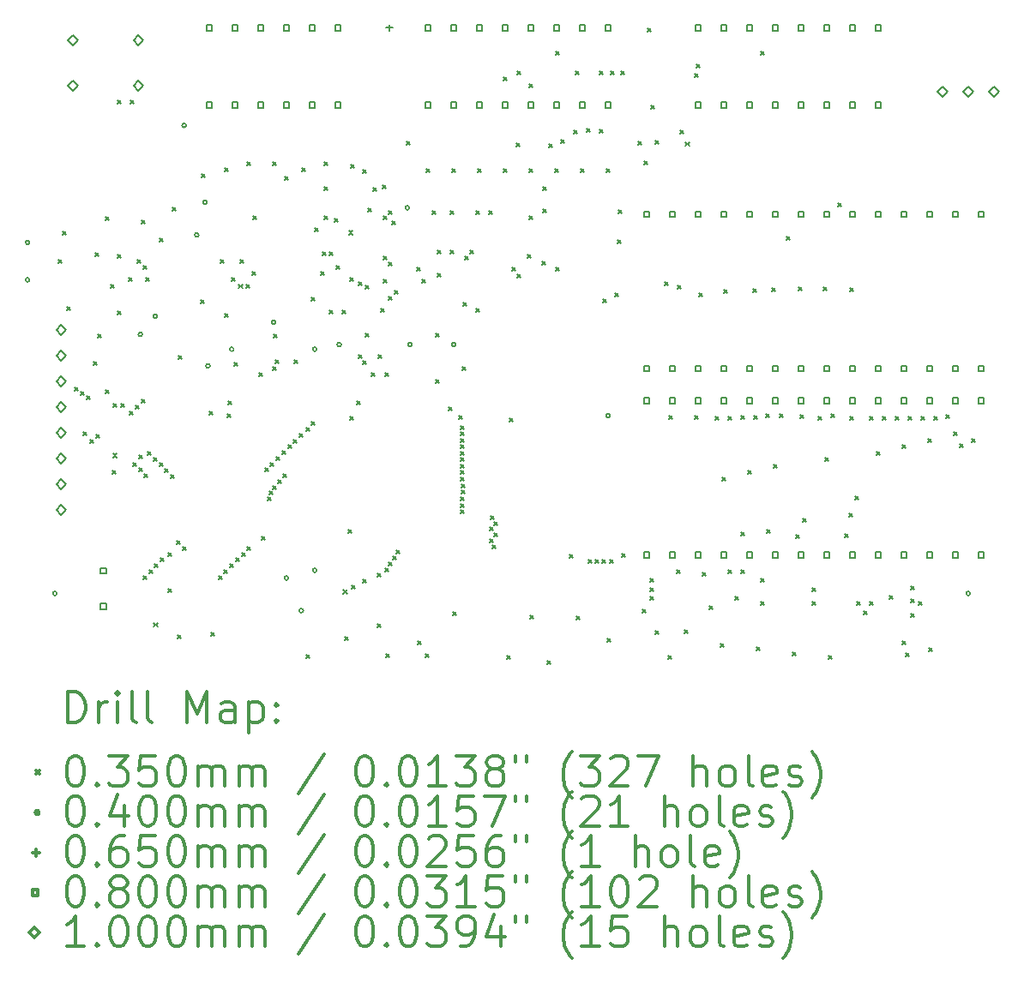
<source format=gbr>
%FSLAX45Y45*%
G04 Gerber Fmt 4.5, Leading zero omitted, Abs format (unit mm)*
G04 Created by KiCad (PCBNEW (5.1.10)-1) date 2022-08-23 18:53:12*
%MOMM*%
%LPD*%
G01*
G04 APERTURE LIST*
%ADD10C,0.200000*%
%ADD11C,0.300000*%
G04 APERTURE END LIST*
D10*
X9304300Y-7367550D02*
X9339300Y-7402550D01*
X9339300Y-7367550D02*
X9304300Y-7402550D01*
X9348750Y-7088150D02*
X9383750Y-7123150D01*
X9383750Y-7088150D02*
X9348750Y-7123150D01*
X9386850Y-7837450D02*
X9421850Y-7872450D01*
X9421850Y-7837450D02*
X9386850Y-7872450D01*
X9469400Y-8628660D02*
X9504400Y-8663660D01*
X9504400Y-8628660D02*
X9469400Y-8663660D01*
X9526550Y-8675650D02*
X9561550Y-8710650D01*
X9561550Y-8675650D02*
X9526550Y-8710650D01*
X9551950Y-9075700D02*
X9586950Y-9110700D01*
X9586950Y-9075700D02*
X9551950Y-9110700D01*
X9583700Y-8720100D02*
X9618700Y-8755100D01*
X9618700Y-8720100D02*
X9583700Y-8755100D01*
X9615450Y-9145550D02*
X9650450Y-9180550D01*
X9650450Y-9145550D02*
X9615450Y-9180550D01*
X9653550Y-8377200D02*
X9688550Y-8412200D01*
X9688550Y-8377200D02*
X9653550Y-8412200D01*
X9666250Y-7304050D02*
X9701250Y-7339050D01*
X9701250Y-7304050D02*
X9666250Y-7339050D01*
X9678950Y-9101100D02*
X9713950Y-9136100D01*
X9713950Y-9101100D02*
X9678950Y-9136100D01*
X9691650Y-8104150D02*
X9726650Y-8139150D01*
X9726650Y-8104150D02*
X9691650Y-8139150D01*
X9767850Y-6948450D02*
X9802850Y-6983450D01*
X9802850Y-6948450D02*
X9767850Y-6983450D01*
X9767850Y-8656600D02*
X9802850Y-8691600D01*
X9802850Y-8656600D02*
X9767850Y-8691600D01*
X9820500Y-7619700D02*
X9855500Y-7654700D01*
X9855500Y-7619700D02*
X9820500Y-7654700D01*
X9840648Y-9453752D02*
X9875648Y-9488752D01*
X9875648Y-9453752D02*
X9840648Y-9488752D01*
X9843415Y-9288425D02*
X9878415Y-9323425D01*
X9878415Y-9288425D02*
X9843415Y-9323425D01*
X9844050Y-8796300D02*
X9879050Y-8831300D01*
X9879050Y-8796300D02*
X9844050Y-8831300D01*
X9885500Y-7878900D02*
X9920500Y-7913900D01*
X9920500Y-7878900D02*
X9885500Y-7913900D01*
X9888500Y-5799100D02*
X9923500Y-5834100D01*
X9923500Y-5799100D02*
X9888500Y-5834100D01*
X9888500Y-7323100D02*
X9923500Y-7358100D01*
X9923500Y-7323100D02*
X9888500Y-7358100D01*
X9926600Y-8796300D02*
X9961600Y-8831300D01*
X9961600Y-8796300D02*
X9926600Y-8831300D01*
X10000260Y-7549160D02*
X10035260Y-7584160D01*
X10035260Y-7549160D02*
X10000260Y-7584160D01*
X10009150Y-8866150D02*
X10044150Y-8901150D01*
X10044150Y-8866150D02*
X10009150Y-8901150D01*
X10015500Y-5792750D02*
X10050500Y-5827750D01*
X10050500Y-5792750D02*
X10015500Y-5827750D01*
X10040500Y-9374550D02*
X10075500Y-9409550D01*
X10075500Y-9374550D02*
X10040500Y-9409550D01*
X10066300Y-8809000D02*
X10101300Y-8844000D01*
X10101300Y-8809000D02*
X10066300Y-8844000D01*
X10080500Y-7373251D02*
X10115500Y-7408251D01*
X10115500Y-7373251D02*
X10080500Y-7408251D01*
X10098050Y-9431300D02*
X10133050Y-9466300D01*
X10133050Y-9431300D02*
X10098050Y-9466300D01*
X10104400Y-9297950D02*
X10139400Y-9332950D01*
X10139400Y-9297950D02*
X10104400Y-9332950D01*
X10129800Y-6980200D02*
X10164800Y-7015200D01*
X10164800Y-6980200D02*
X10129800Y-7015200D01*
X10129800Y-8751850D02*
X10164800Y-8786850D01*
X10164800Y-8751850D02*
X10129800Y-8786850D01*
X10142500Y-10491750D02*
X10177500Y-10526750D01*
X10177500Y-10491750D02*
X10142500Y-10526750D01*
X10145500Y-7428050D02*
X10180500Y-7463050D01*
X10180500Y-7428050D02*
X10145500Y-7463050D01*
X10155200Y-9488450D02*
X10190200Y-9523450D01*
X10190200Y-9488450D02*
X10155200Y-9523450D01*
X10167900Y-7551700D02*
X10202900Y-7586700D01*
X10202900Y-7551700D02*
X10167900Y-7586700D01*
X10186950Y-9266200D02*
X10221950Y-9301200D01*
X10221950Y-9266200D02*
X10186950Y-9301200D01*
X10199650Y-10434600D02*
X10234650Y-10469600D01*
X10234650Y-10434600D02*
X10199650Y-10469600D01*
X10244100Y-9323350D02*
X10279100Y-9358350D01*
X10279100Y-9323350D02*
X10244100Y-9358350D01*
X10249200Y-10962900D02*
X10284200Y-10997900D01*
X10284200Y-10962900D02*
X10249200Y-10997900D01*
X10256800Y-10377450D02*
X10291800Y-10412450D01*
X10291800Y-10377450D02*
X10256800Y-10412450D01*
X10301250Y-9380500D02*
X10336250Y-9415500D01*
X10336250Y-9380500D02*
X10301250Y-9415500D01*
X10307600Y-7158000D02*
X10342600Y-7193000D01*
X10342600Y-7158000D02*
X10307600Y-7193000D01*
X10313950Y-10320300D02*
X10348950Y-10355300D01*
X10348950Y-10320300D02*
X10313950Y-10355300D01*
X10358400Y-9437650D02*
X10393400Y-9472650D01*
X10393400Y-9437650D02*
X10358400Y-9472650D01*
X10390150Y-10263150D02*
X10425150Y-10298150D01*
X10425150Y-10263150D02*
X10390150Y-10298150D01*
X10390150Y-10618750D02*
X10425150Y-10653750D01*
X10425150Y-10618750D02*
X10390150Y-10653750D01*
X10415550Y-9494800D02*
X10450550Y-9529800D01*
X10450550Y-9494800D02*
X10415550Y-9529800D01*
X10434600Y-6853200D02*
X10469600Y-6888200D01*
X10469600Y-6853200D02*
X10434600Y-6888200D01*
X10472700Y-10148850D02*
X10507700Y-10183850D01*
X10507700Y-10148850D02*
X10472700Y-10183850D01*
X10485400Y-11082300D02*
X10520400Y-11117300D01*
X10520400Y-11082300D02*
X10485400Y-11117300D01*
X10491750Y-8320050D02*
X10526750Y-8355050D01*
X10526750Y-8320050D02*
X10491750Y-8355050D01*
X10529850Y-10206000D02*
X10564850Y-10241000D01*
X10564850Y-10206000D02*
X10529850Y-10241000D01*
X10707650Y-7767600D02*
X10742650Y-7802600D01*
X10742650Y-7767600D02*
X10707650Y-7802600D01*
X10720350Y-6523000D02*
X10755350Y-6558000D01*
X10755350Y-6523000D02*
X10720350Y-6558000D01*
X10796550Y-8866150D02*
X10831550Y-8901150D01*
X10831550Y-8866150D02*
X10796550Y-8901150D01*
X10809250Y-11056900D02*
X10844250Y-11091900D01*
X10844250Y-11056900D02*
X10809250Y-11091900D01*
X10885450Y-10491750D02*
X10920450Y-10526750D01*
X10920450Y-10491750D02*
X10885450Y-10526750D01*
X10901770Y-7373251D02*
X10936770Y-7408251D01*
X10936770Y-7373251D02*
X10901770Y-7408251D01*
X10942600Y-10434600D02*
X10977600Y-10469600D01*
X10977600Y-10434600D02*
X10942600Y-10469600D01*
X10948950Y-6465850D02*
X10983950Y-6500850D01*
X10983950Y-6465850D02*
X10948950Y-6500850D01*
X10948950Y-7907300D02*
X10983950Y-7942300D01*
X10983950Y-7907300D02*
X10948950Y-7942300D01*
X10974350Y-8897900D02*
X11009350Y-8932900D01*
X11009350Y-8897900D02*
X10974350Y-8932900D01*
X10983000Y-8768600D02*
X11018000Y-8803600D01*
X11018000Y-8768600D02*
X10983000Y-8803600D01*
X10999750Y-10377450D02*
X11034750Y-10412450D01*
X11034750Y-10377450D02*
X10999750Y-10412450D01*
X11012450Y-7551700D02*
X11047450Y-7586700D01*
X11047450Y-7551700D02*
X11012450Y-7586700D01*
X11044200Y-8389900D02*
X11079200Y-8424900D01*
X11079200Y-8389900D02*
X11044200Y-8424900D01*
X11056900Y-10320300D02*
X11091900Y-10355300D01*
X11091900Y-10320300D02*
X11056900Y-10355300D01*
X11086800Y-7619700D02*
X11121800Y-7654700D01*
X11121800Y-7619700D02*
X11086800Y-7654700D01*
X11096500Y-7373251D02*
X11131500Y-7408251D01*
X11131500Y-7373251D02*
X11096500Y-7408251D01*
X11114050Y-10263150D02*
X11149050Y-10298150D01*
X11149050Y-10263150D02*
X11114050Y-10298150D01*
X11161500Y-7618550D02*
X11196500Y-7653550D01*
X11196500Y-7618550D02*
X11161500Y-7653550D01*
X11171200Y-6408700D02*
X11206200Y-6443700D01*
X11206200Y-6408700D02*
X11171200Y-6443700D01*
X11171200Y-10206000D02*
X11206200Y-10241000D01*
X11206200Y-10206000D02*
X11171200Y-10241000D01*
X11222000Y-7488200D02*
X11257000Y-7523200D01*
X11257000Y-7488200D02*
X11222000Y-7523200D01*
X11228350Y-6935750D02*
X11263350Y-6970750D01*
X11263350Y-6935750D02*
X11228350Y-6970750D01*
X11286550Y-8486200D02*
X11321550Y-8521200D01*
X11321550Y-8486200D02*
X11286550Y-8521200D01*
X11310900Y-10104400D02*
X11345900Y-10139400D01*
X11345900Y-10104400D02*
X11310900Y-10139400D01*
X11342650Y-9431300D02*
X11377650Y-9466300D01*
X11377650Y-9431300D02*
X11342650Y-9466300D01*
X11368050Y-9717050D02*
X11403050Y-9752050D01*
X11403050Y-9717050D02*
X11368050Y-9752050D01*
X11387100Y-9659900D02*
X11422100Y-9694900D01*
X11422100Y-9659900D02*
X11387100Y-9694900D01*
X11399800Y-9374150D02*
X11434800Y-9409150D01*
X11434800Y-9374150D02*
X11399800Y-9409150D01*
X11418850Y-8428000D02*
X11453850Y-8463000D01*
X11453850Y-8428000D02*
X11418850Y-8463000D01*
X11422660Y-6408700D02*
X11457660Y-6443700D01*
X11457660Y-6408700D02*
X11422660Y-6443700D01*
X11425200Y-9602750D02*
X11460200Y-9637750D01*
X11460200Y-9602750D02*
X11425200Y-9637750D01*
X11431550Y-8110500D02*
X11466550Y-8145500D01*
X11466550Y-8110500D02*
X11431550Y-8145500D01*
X11450600Y-8364500D02*
X11485600Y-8399500D01*
X11485600Y-8364500D02*
X11450600Y-8399500D01*
X11456950Y-9317000D02*
X11491950Y-9352000D01*
X11491950Y-9317000D02*
X11456950Y-9352000D01*
X11476000Y-9545600D02*
X11511000Y-9580600D01*
X11511000Y-9545600D02*
X11476000Y-9580600D01*
X11514100Y-9259850D02*
X11549100Y-9294850D01*
X11549100Y-9259850D02*
X11514100Y-9294850D01*
X11526800Y-9488450D02*
X11561800Y-9523450D01*
X11561800Y-9488450D02*
X11526800Y-9523450D01*
X11539500Y-6547500D02*
X11574500Y-6582500D01*
X11574500Y-6547500D02*
X11539500Y-6582500D01*
X11571250Y-9202700D02*
X11606250Y-9237700D01*
X11606250Y-9202700D02*
X11571250Y-9237700D01*
X11628400Y-9145550D02*
X11663400Y-9180550D01*
X11663400Y-9145550D02*
X11628400Y-9180550D01*
X11634750Y-8358150D02*
X11669750Y-8393150D01*
X11669750Y-8358150D02*
X11634750Y-8393150D01*
X11685550Y-9088400D02*
X11720550Y-9123400D01*
X11720550Y-9088400D02*
X11685550Y-9123400D01*
X11710950Y-6465850D02*
X11745950Y-6500850D01*
X11745950Y-6465850D02*
X11710950Y-6500850D01*
X11749050Y-9031250D02*
X11784050Y-9066250D01*
X11784050Y-9031250D02*
X11749050Y-9066250D01*
X11755400Y-11272800D02*
X11790400Y-11307800D01*
X11790400Y-11272800D02*
X11755400Y-11307800D01*
X11799850Y-7742200D02*
X11834850Y-7777200D01*
X11834850Y-7742200D02*
X11799850Y-7777200D01*
X11806200Y-8974100D02*
X11841200Y-9009100D01*
X11841200Y-8974100D02*
X11806200Y-9009100D01*
X11837950Y-7056400D02*
X11872950Y-7091400D01*
X11872950Y-7056400D02*
X11837950Y-7091400D01*
X11895100Y-7488200D02*
X11930100Y-7523200D01*
X11930100Y-7488200D02*
X11895100Y-7523200D01*
X11914150Y-7297051D02*
X11949150Y-7332051D01*
X11949150Y-7297051D02*
X11914150Y-7332051D01*
X11926850Y-6650000D02*
X11961850Y-6685000D01*
X11961850Y-6650000D02*
X11926850Y-6685000D01*
X11926850Y-6942100D02*
X11961850Y-6977100D01*
X11961850Y-6942100D02*
X11926850Y-6977100D01*
X11931000Y-6408360D02*
X11966000Y-6443360D01*
X11966000Y-6408360D02*
X11931000Y-6443360D01*
X11982500Y-7296200D02*
X12017500Y-7331200D01*
X12017500Y-7296200D02*
X11982500Y-7331200D01*
X11982500Y-7867700D02*
X12017500Y-7902700D01*
X12017500Y-7867700D02*
X11982500Y-7902700D01*
X12034800Y-6961150D02*
X12069800Y-6996150D01*
X12069800Y-6961150D02*
X12034800Y-6996150D01*
X12044500Y-7428050D02*
X12079500Y-7463050D01*
X12079500Y-7428050D02*
X12044500Y-7463050D01*
X12109148Y-7871052D02*
X12144148Y-7906052D01*
X12144148Y-7871052D02*
X12109148Y-7906052D01*
X12120350Y-10634800D02*
X12155350Y-10669800D01*
X12155350Y-10634800D02*
X12120350Y-10669800D01*
X12136400Y-11095000D02*
X12171400Y-11130000D01*
X12171400Y-11095000D02*
X12136400Y-11130000D01*
X12168150Y-10040900D02*
X12203150Y-10075900D01*
X12203150Y-10040900D02*
X12168150Y-10075900D01*
X12177500Y-7087501D02*
X12212500Y-7122501D01*
X12212500Y-7087501D02*
X12177500Y-7122501D01*
X12187200Y-7551700D02*
X12222200Y-7586700D01*
X12222200Y-7551700D02*
X12187200Y-7586700D01*
X12187200Y-8916950D02*
X12222200Y-8951950D01*
X12222200Y-8916950D02*
X12187200Y-8951950D01*
X12193550Y-6427750D02*
X12228550Y-6462750D01*
X12228550Y-6427750D02*
X12193550Y-6462750D01*
X12199900Y-10587000D02*
X12234900Y-10622000D01*
X12234900Y-10587000D02*
X12199900Y-10622000D01*
X12248400Y-8768600D02*
X12283400Y-8803600D01*
X12283400Y-8768600D02*
X12248400Y-8803600D01*
X12269750Y-7589800D02*
X12304750Y-7624800D01*
X12304750Y-7589800D02*
X12269750Y-7624800D01*
X12269750Y-8307350D02*
X12304750Y-8342350D01*
X12304750Y-8307350D02*
X12269750Y-8342350D01*
X12307850Y-8370850D02*
X12342850Y-8405850D01*
X12342850Y-8370850D02*
X12307850Y-8405850D01*
X12307850Y-10529850D02*
X12342850Y-10564850D01*
X12342850Y-10529850D02*
X12307850Y-10564850D01*
X12314200Y-6478550D02*
X12349200Y-6513550D01*
X12349200Y-6478550D02*
X12314200Y-6513550D01*
X12339600Y-7621550D02*
X12374600Y-7656550D01*
X12374600Y-7621550D02*
X12339600Y-7656550D01*
X12339600Y-8097800D02*
X12374600Y-8132800D01*
X12374600Y-8097800D02*
X12339600Y-8132800D01*
X12358650Y-6859550D02*
X12393650Y-6894550D01*
X12393650Y-6859550D02*
X12358650Y-6894550D01*
X12395700Y-8486200D02*
X12430700Y-8521200D01*
X12430700Y-8486200D02*
X12395700Y-8521200D01*
X12415800Y-6656350D02*
X12450800Y-6691350D01*
X12450800Y-6656350D02*
X12415800Y-6691350D01*
X12453900Y-10472700D02*
X12488900Y-10507700D01*
X12488900Y-10472700D02*
X12453900Y-10507700D01*
X12453900Y-10968000D02*
X12488900Y-11003000D01*
X12488900Y-10968000D02*
X12453900Y-11003000D01*
X12460250Y-8307350D02*
X12495250Y-8342350D01*
X12495250Y-8307350D02*
X12460250Y-8342350D01*
X12485650Y-7850150D02*
X12520650Y-7885150D01*
X12520650Y-7850150D02*
X12485650Y-7885150D01*
X12504700Y-6637300D02*
X12539700Y-6672300D01*
X12539700Y-6637300D02*
X12504700Y-6672300D01*
X12511050Y-6935750D02*
X12546050Y-6970750D01*
X12546050Y-6935750D02*
X12511050Y-6970750D01*
X12511050Y-7335800D02*
X12546050Y-7370800D01*
X12546050Y-7335800D02*
X12511050Y-7370800D01*
X12511050Y-7564400D02*
X12546050Y-7599400D01*
X12546050Y-7564400D02*
X12511050Y-7599400D01*
X12529050Y-8486200D02*
X12564050Y-8521200D01*
X12564050Y-8486200D02*
X12529050Y-8521200D01*
X12530100Y-10415550D02*
X12565100Y-10450550D01*
X12565100Y-10415550D02*
X12530100Y-10450550D01*
X12536450Y-11266450D02*
X12571450Y-11301450D01*
X12571450Y-11266450D02*
X12536450Y-11301450D01*
X12568200Y-6891300D02*
X12603200Y-6926300D01*
X12603200Y-6891300D02*
X12568200Y-6926300D01*
X12568200Y-7392950D02*
X12603200Y-7427950D01*
X12603200Y-7392950D02*
X12568200Y-7427950D01*
X12568200Y-7735850D02*
X12603200Y-7770850D01*
X12603200Y-7735850D02*
X12568200Y-7770850D01*
X12568200Y-10358400D02*
X12603200Y-10393400D01*
X12603200Y-10358400D02*
X12568200Y-10393400D01*
X12599950Y-6986550D02*
X12634950Y-7021550D01*
X12634950Y-6986550D02*
X12599950Y-7021550D01*
X12606300Y-10301250D02*
X12641300Y-10336250D01*
X12641300Y-10301250D02*
X12606300Y-10336250D01*
X12625350Y-7678700D02*
X12660350Y-7713700D01*
X12660350Y-7678700D02*
X12625350Y-7713700D01*
X12644400Y-10244100D02*
X12679400Y-10279100D01*
X12679400Y-10244100D02*
X12644400Y-10279100D01*
X12746000Y-6205500D02*
X12781000Y-6240500D01*
X12781000Y-6205500D02*
X12746000Y-6240500D01*
X12841250Y-7450100D02*
X12876250Y-7485100D01*
X12876250Y-7450100D02*
X12841250Y-7485100D01*
X12853950Y-11139450D02*
X12888950Y-11174450D01*
X12888950Y-11139450D02*
X12853950Y-11174450D01*
X12892050Y-7564400D02*
X12927050Y-7599400D01*
X12927050Y-7564400D02*
X12892050Y-7599400D01*
X12930150Y-11266450D02*
X12965150Y-11301450D01*
X12965150Y-11266450D02*
X12930150Y-11301450D01*
X12936500Y-6472200D02*
X12971500Y-6507200D01*
X12971500Y-6472200D02*
X12936500Y-6507200D01*
X13000000Y-6891300D02*
X13035000Y-6926300D01*
X13035000Y-6891300D02*
X13000000Y-6926300D01*
X13031750Y-8097800D02*
X13066750Y-8132800D01*
X13066750Y-8097800D02*
X13031750Y-8132800D01*
X13031750Y-8555000D02*
X13066750Y-8590000D01*
X13066750Y-8555000D02*
X13031750Y-8590000D01*
X13050800Y-7280202D02*
X13085800Y-7315202D01*
X13085800Y-7280202D02*
X13050800Y-7315202D01*
X13050800Y-7507250D02*
X13085800Y-7542250D01*
X13085800Y-7507250D02*
X13050800Y-7542250D01*
X13156850Y-8823600D02*
X13191850Y-8858600D01*
X13191850Y-8823600D02*
X13156850Y-8858600D01*
X13177800Y-6891300D02*
X13212800Y-6926300D01*
X13212800Y-6891300D02*
X13177800Y-6926300D01*
X13177800Y-7280202D02*
X13212800Y-7315202D01*
X13212800Y-7280202D02*
X13177800Y-7315202D01*
X13190500Y-6472200D02*
X13225500Y-6507200D01*
X13225500Y-6472200D02*
X13190500Y-6507200D01*
X13196850Y-10847350D02*
X13231850Y-10882350D01*
X13231850Y-10847350D02*
X13196850Y-10882350D01*
X13260350Y-8910600D02*
X13295350Y-8945600D01*
X13295350Y-8910600D02*
X13260350Y-8945600D01*
X13279400Y-9012200D02*
X13314400Y-9047200D01*
X13314400Y-9012200D02*
X13279400Y-9047200D01*
X13279400Y-9075700D02*
X13314400Y-9110700D01*
X13314400Y-9075700D02*
X13279400Y-9110700D01*
X13279400Y-9139200D02*
X13314400Y-9174200D01*
X13314400Y-9139200D02*
X13279400Y-9174200D01*
X13279400Y-9202700D02*
X13314400Y-9237700D01*
X13314400Y-9202700D02*
X13279400Y-9237700D01*
X13279400Y-9266200D02*
X13314400Y-9301200D01*
X13314400Y-9266200D02*
X13279400Y-9301200D01*
X13279400Y-9329700D02*
X13314400Y-9364700D01*
X13314400Y-9329700D02*
X13279400Y-9364700D01*
X13279400Y-9393200D02*
X13314400Y-9428200D01*
X13314400Y-9393200D02*
X13279400Y-9428200D01*
X13279400Y-9456700D02*
X13314400Y-9491700D01*
X13314400Y-9456700D02*
X13279400Y-9491700D01*
X13279400Y-9520200D02*
X13314400Y-9555200D01*
X13314400Y-9520200D02*
X13279400Y-9555200D01*
X13279400Y-9717050D02*
X13314400Y-9752050D01*
X13314400Y-9717050D02*
X13279400Y-9752050D01*
X13279400Y-9780550D02*
X13314400Y-9815550D01*
X13314400Y-9780550D02*
X13279400Y-9815550D01*
X13279400Y-9844050D02*
X13314400Y-9879050D01*
X13314400Y-9844050D02*
X13279400Y-9879050D01*
X13282144Y-9650806D02*
X13317144Y-9685806D01*
X13317144Y-9650806D02*
X13282144Y-9685806D01*
X13282775Y-9586675D02*
X13317775Y-9621675D01*
X13317775Y-9586675D02*
X13282775Y-9621675D01*
X13292100Y-8428000D02*
X13327100Y-8463000D01*
X13327100Y-8428000D02*
X13292100Y-8463000D01*
X13298450Y-7793000D02*
X13333450Y-7828000D01*
X13333450Y-7793000D02*
X13298450Y-7828000D01*
X13316598Y-7336702D02*
X13351598Y-7371702D01*
X13351598Y-7336702D02*
X13316598Y-7371702D01*
X13366748Y-7280202D02*
X13401748Y-7315202D01*
X13401748Y-7280202D02*
X13366748Y-7315202D01*
X13431800Y-6891300D02*
X13466800Y-6926300D01*
X13466800Y-6891300D02*
X13431800Y-6926300D01*
X13431800Y-7850150D02*
X13466800Y-7885150D01*
X13466800Y-7850150D02*
X13431800Y-7885150D01*
X13444500Y-6472200D02*
X13479500Y-6507200D01*
X13479500Y-6472200D02*
X13444500Y-6507200D01*
X13558800Y-6891300D02*
X13593800Y-6926300D01*
X13593800Y-6891300D02*
X13558800Y-6926300D01*
X13565150Y-10015500D02*
X13600150Y-10050500D01*
X13600150Y-10015500D02*
X13565150Y-10050500D01*
X13565150Y-10129800D02*
X13600150Y-10164800D01*
X13600150Y-10129800D02*
X13565150Y-10164800D01*
X13571500Y-9901200D02*
X13606500Y-9936200D01*
X13606500Y-9901200D02*
X13571500Y-9936200D01*
X13590550Y-10186950D02*
X13625550Y-10221950D01*
X13625550Y-10186950D02*
X13590550Y-10221950D01*
X13609600Y-9958350D02*
X13644600Y-9993350D01*
X13644600Y-9958350D02*
X13609600Y-9993350D01*
X13609600Y-10072650D02*
X13644600Y-10107650D01*
X13644600Y-10072650D02*
X13609600Y-10107650D01*
X13698500Y-5570500D02*
X13733500Y-5605500D01*
X13733500Y-5570500D02*
X13698500Y-5605500D01*
X13698500Y-6472200D02*
X13733500Y-6507200D01*
X13733500Y-6472200D02*
X13698500Y-6507200D01*
X13736600Y-11285500D02*
X13771600Y-11320500D01*
X13771600Y-11285500D02*
X13736600Y-11320500D01*
X13762000Y-8936000D02*
X13797000Y-8971000D01*
X13797000Y-8936000D02*
X13762000Y-8971000D01*
X13781050Y-7450100D02*
X13816050Y-7485100D01*
X13816050Y-7450100D02*
X13781050Y-7485100D01*
X13825500Y-6218200D02*
X13860500Y-6253200D01*
X13860500Y-6218200D02*
X13825500Y-6253200D01*
X13831850Y-5507000D02*
X13866850Y-5542000D01*
X13866850Y-5507000D02*
X13831850Y-5542000D01*
X13838200Y-7513600D02*
X13873200Y-7548600D01*
X13873200Y-7513600D02*
X13838200Y-7548600D01*
X13933450Y-7323100D02*
X13968450Y-7358100D01*
X13968450Y-7323100D02*
X13933450Y-7358100D01*
X13952500Y-5634000D02*
X13987500Y-5669000D01*
X13987500Y-5634000D02*
X13952500Y-5669000D01*
X13952500Y-6472200D02*
X13987500Y-6507200D01*
X13987500Y-6472200D02*
X13952500Y-6507200D01*
X13952500Y-6942100D02*
X13987500Y-6977100D01*
X13987500Y-6942100D02*
X13952500Y-6977100D01*
X13958850Y-10885450D02*
X13993850Y-10920450D01*
X13993850Y-10885450D02*
X13958850Y-10920450D01*
X14079500Y-7386600D02*
X14114500Y-7421600D01*
X14114500Y-7386600D02*
X14079500Y-7421600D01*
X14085850Y-6650000D02*
X14120850Y-6685000D01*
X14120850Y-6650000D02*
X14085850Y-6685000D01*
X14085850Y-6872250D02*
X14120850Y-6907250D01*
X14120850Y-6872250D02*
X14085850Y-6907250D01*
X14130300Y-11329950D02*
X14165300Y-11364950D01*
X14165300Y-11329950D02*
X14130300Y-11364950D01*
X14149350Y-6224550D02*
X14184350Y-6259550D01*
X14184350Y-6224550D02*
X14149350Y-6259550D01*
X14206500Y-6472200D02*
X14241500Y-6507200D01*
X14241500Y-6472200D02*
X14206500Y-6507200D01*
X14219200Y-5316500D02*
X14254200Y-5351500D01*
X14254200Y-5316500D02*
X14219200Y-5351500D01*
X14219200Y-7450100D02*
X14254200Y-7485100D01*
X14254200Y-7450100D02*
X14219200Y-7485100D01*
X14263650Y-6186450D02*
X14298650Y-6221450D01*
X14298650Y-6186450D02*
X14263650Y-6221450D01*
X14352550Y-10282200D02*
X14387550Y-10317200D01*
X14387550Y-10282200D02*
X14352550Y-10317200D01*
X14397000Y-6091200D02*
X14432000Y-6126200D01*
X14432000Y-6091200D02*
X14397000Y-6126200D01*
X14409700Y-5507000D02*
X14444700Y-5542000D01*
X14444700Y-5507000D02*
X14409700Y-5542000D01*
X14416050Y-10891800D02*
X14451050Y-10926800D01*
X14451050Y-10891800D02*
X14416050Y-10926800D01*
X14460500Y-6472200D02*
X14495500Y-6507200D01*
X14495500Y-6472200D02*
X14460500Y-6507200D01*
X14524000Y-6078500D02*
X14559000Y-6113500D01*
X14559000Y-6078500D02*
X14524000Y-6113500D01*
X14536700Y-10333000D02*
X14571700Y-10368000D01*
X14571700Y-10333000D02*
X14536700Y-10368000D01*
X14606550Y-10333000D02*
X14641550Y-10368000D01*
X14641550Y-10333000D02*
X14606550Y-10368000D01*
X14651000Y-5507000D02*
X14686000Y-5542000D01*
X14686000Y-5507000D02*
X14651000Y-5542000D01*
X14651000Y-6084850D02*
X14686000Y-6119850D01*
X14686000Y-6084850D02*
X14651000Y-6119850D01*
X14676400Y-10333000D02*
X14711400Y-10368000D01*
X14711400Y-10333000D02*
X14676400Y-10368000D01*
X14682750Y-7761250D02*
X14717750Y-7796250D01*
X14717750Y-7761250D02*
X14682750Y-7796250D01*
X14714500Y-6472200D02*
X14749500Y-6507200D01*
X14749500Y-6472200D02*
X14714500Y-6507200D01*
X14727200Y-11114050D02*
X14762200Y-11149050D01*
X14762200Y-11114050D02*
X14727200Y-11149050D01*
X14746250Y-10333000D02*
X14781250Y-10368000D01*
X14781250Y-10333000D02*
X14746250Y-10368000D01*
X14758950Y-5507000D02*
X14793950Y-5542000D01*
X14793950Y-5507000D02*
X14758950Y-5542000D01*
X14799501Y-7700201D02*
X14834501Y-7735201D01*
X14834501Y-7700201D02*
X14799501Y-7735201D01*
X14828800Y-7177050D02*
X14863800Y-7212050D01*
X14863800Y-7177050D02*
X14828800Y-7212050D01*
X14835150Y-6878600D02*
X14870150Y-6913600D01*
X14870150Y-6878600D02*
X14835150Y-6913600D01*
X14860550Y-5507000D02*
X14895550Y-5542000D01*
X14895550Y-5507000D02*
X14860550Y-5542000D01*
X14866900Y-10275850D02*
X14901900Y-10310850D01*
X14901900Y-10275850D02*
X14866900Y-10310850D01*
X15025650Y-6199150D02*
X15060650Y-6234150D01*
X15060650Y-6199150D02*
X15025650Y-6234150D01*
X15070100Y-10828300D02*
X15105100Y-10863300D01*
X15105100Y-10828300D02*
X15070100Y-10863300D01*
X15089150Y-6396000D02*
X15124150Y-6431000D01*
X15124150Y-6396000D02*
X15089150Y-6431000D01*
X15120900Y-5081550D02*
X15155900Y-5116550D01*
X15155900Y-5081550D02*
X15120900Y-5116550D01*
X15146300Y-10523500D02*
X15181300Y-10558500D01*
X15181300Y-10523500D02*
X15146300Y-10558500D01*
X15146300Y-10612400D02*
X15181300Y-10647400D01*
X15181300Y-10612400D02*
X15146300Y-10647400D01*
X15146300Y-10701300D02*
X15181300Y-10736300D01*
X15181300Y-10701300D02*
X15146300Y-10736300D01*
X15159000Y-5849900D02*
X15194000Y-5884900D01*
X15194000Y-5849900D02*
X15159000Y-5884900D01*
X15197100Y-6192800D02*
X15232100Y-6227800D01*
X15232100Y-6192800D02*
X15197100Y-6227800D01*
X15197100Y-11037850D02*
X15232100Y-11072850D01*
X15232100Y-11037850D02*
X15197100Y-11072850D01*
X15292350Y-7589800D02*
X15327350Y-7624800D01*
X15327350Y-7589800D02*
X15292350Y-7624800D01*
X15324100Y-11285500D02*
X15359100Y-11320500D01*
X15359100Y-11285500D02*
X15324100Y-11320500D01*
X15336800Y-8910600D02*
X15371800Y-8945600D01*
X15371800Y-8910600D02*
X15336800Y-8945600D01*
X15406650Y-10434600D02*
X15441650Y-10469600D01*
X15441650Y-10434600D02*
X15406650Y-10469600D01*
X15419350Y-7627900D02*
X15454350Y-7662900D01*
X15454350Y-7627900D02*
X15419350Y-7662900D01*
X15444750Y-6091200D02*
X15479750Y-6126200D01*
X15479750Y-6091200D02*
X15444750Y-6126200D01*
X15489200Y-11031500D02*
X15524200Y-11066500D01*
X15524200Y-11031500D02*
X15489200Y-11066500D01*
X15498275Y-6208225D02*
X15533275Y-6243225D01*
X15533275Y-6208225D02*
X15498275Y-6243225D01*
X15584450Y-8910600D02*
X15619450Y-8945600D01*
X15619450Y-8910600D02*
X15584450Y-8945600D01*
X15590800Y-5532400D02*
X15625800Y-5567400D01*
X15625800Y-5532400D02*
X15590800Y-5567400D01*
X15603500Y-5443500D02*
X15638500Y-5478500D01*
X15638500Y-5443500D02*
X15603500Y-5478500D01*
X15628900Y-7697750D02*
X15663900Y-7732750D01*
X15663900Y-7697750D02*
X15628900Y-7732750D01*
X15667000Y-10460000D02*
X15702000Y-10495000D01*
X15702000Y-10460000D02*
X15667000Y-10495000D01*
X15730500Y-10790200D02*
X15765500Y-10825200D01*
X15765500Y-10790200D02*
X15730500Y-10825200D01*
X15787650Y-8916950D02*
X15822650Y-8951950D01*
X15822650Y-8916950D02*
X15787650Y-8951950D01*
X15838450Y-11164850D02*
X15873450Y-11199850D01*
X15873450Y-11164850D02*
X15838450Y-11199850D01*
X15857500Y-9520200D02*
X15892500Y-9555200D01*
X15892500Y-9520200D02*
X15857500Y-9555200D01*
X15876550Y-7666000D02*
X15911550Y-7701000D01*
X15911550Y-7666000D02*
X15876550Y-7701000D01*
X15914650Y-8916950D02*
X15949650Y-8951950D01*
X15949650Y-8916950D02*
X15914650Y-8951950D01*
X15921000Y-10434600D02*
X15956000Y-10469600D01*
X15956000Y-10434600D02*
X15921000Y-10469600D01*
X15984500Y-10701300D02*
X16019500Y-10736300D01*
X16019500Y-10701300D02*
X15984500Y-10736300D01*
X16041650Y-8910600D02*
X16076650Y-8945600D01*
X16076650Y-8910600D02*
X16041650Y-8945600D01*
X16041650Y-10066300D02*
X16076650Y-10101300D01*
X16076650Y-10066300D02*
X16041650Y-10101300D01*
X16048000Y-10434600D02*
X16083000Y-10469600D01*
X16083000Y-10434600D02*
X16048000Y-10469600D01*
X16111500Y-9456700D02*
X16146500Y-9491700D01*
X16146500Y-9456700D02*
X16111500Y-9491700D01*
X16162300Y-7659650D02*
X16197300Y-7694650D01*
X16197300Y-7659650D02*
X16162300Y-7694650D01*
X16168650Y-8910600D02*
X16203650Y-8945600D01*
X16203650Y-8910600D02*
X16168650Y-8945600D01*
X16200400Y-11196600D02*
X16235400Y-11231600D01*
X16235400Y-11196600D02*
X16200400Y-11231600D01*
X16238500Y-5316500D02*
X16273500Y-5351500D01*
X16273500Y-5316500D02*
X16238500Y-5351500D01*
X16238500Y-10523500D02*
X16273500Y-10558500D01*
X16273500Y-10523500D02*
X16238500Y-10558500D01*
X16238500Y-10752100D02*
X16273500Y-10787100D01*
X16273500Y-10752100D02*
X16238500Y-10787100D01*
X16289300Y-8897900D02*
X16324300Y-8932900D01*
X16324300Y-8897900D02*
X16289300Y-8932900D01*
X16295650Y-10040900D02*
X16330650Y-10075900D01*
X16330650Y-10040900D02*
X16295650Y-10075900D01*
X16346450Y-7653300D02*
X16381450Y-7688300D01*
X16381450Y-7653300D02*
X16346450Y-7688300D01*
X16365500Y-9393200D02*
X16400500Y-9428200D01*
X16400500Y-9393200D02*
X16365500Y-9428200D01*
X16429000Y-8897900D02*
X16464000Y-8932900D01*
X16464000Y-8897900D02*
X16429000Y-8932900D01*
X16492500Y-7145300D02*
X16527500Y-7180300D01*
X16527500Y-7145300D02*
X16492500Y-7180300D01*
X16556000Y-11247400D02*
X16591000Y-11282400D01*
X16591000Y-11247400D02*
X16556000Y-11282400D01*
X16587750Y-10085350D02*
X16622750Y-10120350D01*
X16622750Y-10085350D02*
X16587750Y-10120350D01*
X16613150Y-7640600D02*
X16648150Y-7675600D01*
X16648150Y-7640600D02*
X16613150Y-7675600D01*
X16625850Y-8904250D02*
X16660850Y-8939250D01*
X16660850Y-8904250D02*
X16625850Y-8939250D01*
X16651250Y-9926600D02*
X16686250Y-9961600D01*
X16686250Y-9926600D02*
X16651250Y-9961600D01*
X16746500Y-10612400D02*
X16781500Y-10647400D01*
X16781500Y-10612400D02*
X16746500Y-10647400D01*
X16746500Y-10745750D02*
X16781500Y-10780750D01*
X16781500Y-10745750D02*
X16746500Y-10780750D01*
X16803650Y-8916950D02*
X16838650Y-8951950D01*
X16838650Y-8916950D02*
X16803650Y-8951950D01*
X16860800Y-7640600D02*
X16895800Y-7675600D01*
X16895800Y-7640600D02*
X16860800Y-7675600D01*
X16873500Y-9329700D02*
X16908500Y-9364700D01*
X16908500Y-9329700D02*
X16873500Y-9364700D01*
X16905250Y-11279150D02*
X16940250Y-11314150D01*
X16940250Y-11279150D02*
X16905250Y-11314150D01*
X16930650Y-8897900D02*
X16965650Y-8932900D01*
X16965650Y-8897900D02*
X16930650Y-8932900D01*
X17000500Y-6815100D02*
X17035500Y-6850100D01*
X17035500Y-6815100D02*
X17000500Y-6850100D01*
X17070350Y-10079000D02*
X17105350Y-10114000D01*
X17105350Y-10079000D02*
X17070350Y-10114000D01*
X17114800Y-9875800D02*
X17149800Y-9910800D01*
X17149800Y-9875800D02*
X17114800Y-9910800D01*
X17121150Y-7653300D02*
X17156150Y-7688300D01*
X17156150Y-7653300D02*
X17121150Y-7688300D01*
X17121150Y-8923300D02*
X17156150Y-8958300D01*
X17156150Y-8923300D02*
X17121150Y-8958300D01*
X17171950Y-9710700D02*
X17206950Y-9745700D01*
X17206950Y-9710700D02*
X17171950Y-9745700D01*
X17191000Y-10745750D02*
X17226000Y-10780750D01*
X17226000Y-10745750D02*
X17191000Y-10780750D01*
X17254500Y-10841000D02*
X17289500Y-10876000D01*
X17289500Y-10841000D02*
X17254500Y-10876000D01*
X17311650Y-8916950D02*
X17346650Y-8951950D01*
X17346650Y-8916950D02*
X17311650Y-8951950D01*
X17318000Y-10745750D02*
X17353000Y-10780750D01*
X17353000Y-10745750D02*
X17318000Y-10780750D01*
X17381500Y-9266200D02*
X17416500Y-9301200D01*
X17416500Y-9266200D02*
X17381500Y-9301200D01*
X17438650Y-8916950D02*
X17473650Y-8951950D01*
X17473650Y-8916950D02*
X17438650Y-8951950D01*
X17508500Y-10688600D02*
X17543500Y-10723600D01*
X17543500Y-10688600D02*
X17508500Y-10723600D01*
X17565650Y-8916950D02*
X17600650Y-8951950D01*
X17600650Y-8916950D02*
X17565650Y-8951950D01*
X17635500Y-9202700D02*
X17670500Y-9237700D01*
X17670500Y-9202700D02*
X17635500Y-9237700D01*
X17637352Y-11134952D02*
X17672352Y-11169952D01*
X17672352Y-11134952D02*
X17637352Y-11169952D01*
X17673600Y-11253750D02*
X17708600Y-11288750D01*
X17708600Y-11253750D02*
X17673600Y-11288750D01*
X17692650Y-8916950D02*
X17727650Y-8951950D01*
X17727650Y-8916950D02*
X17692650Y-8951950D01*
X17724400Y-10599700D02*
X17759400Y-10634700D01*
X17759400Y-10599700D02*
X17724400Y-10634700D01*
X17724400Y-10726700D02*
X17759400Y-10761700D01*
X17759400Y-10726700D02*
X17724400Y-10761700D01*
X17724400Y-10866400D02*
X17759400Y-10901400D01*
X17759400Y-10866400D02*
X17724400Y-10901400D01*
X17800600Y-10752100D02*
X17835600Y-10787100D01*
X17835600Y-10752100D02*
X17800600Y-10787100D01*
X17819650Y-8916950D02*
X17854650Y-8951950D01*
X17854650Y-8916950D02*
X17819650Y-8951950D01*
X17889500Y-9139200D02*
X17924500Y-9174200D01*
X17924500Y-9139200D02*
X17889500Y-9174200D01*
X17895850Y-11209300D02*
X17930850Y-11244300D01*
X17930850Y-11209300D02*
X17895850Y-11244300D01*
X17946650Y-8916950D02*
X17981650Y-8951950D01*
X17981650Y-8916950D02*
X17946650Y-8951950D01*
X18067300Y-8904250D02*
X18102300Y-8939250D01*
X18102300Y-8904250D02*
X18067300Y-8939250D01*
X18143500Y-9075700D02*
X18178500Y-9110700D01*
X18178500Y-9075700D02*
X18143500Y-9110700D01*
X18200650Y-9190000D02*
X18235650Y-9225000D01*
X18235650Y-9190000D02*
X18200650Y-9225000D01*
X18321300Y-9139200D02*
X18356300Y-9174200D01*
X18356300Y-9139200D02*
X18321300Y-9174200D01*
X9020620Y-7199500D02*
G75*
G03*
X9020620Y-7199500I-20000J0D01*
G01*
X9021760Y-7569200D02*
G75*
G03*
X9021760Y-7569200I-20000J0D01*
G01*
X9291000Y-10668000D02*
G75*
G03*
X9291000Y-10668000I-20000J0D01*
G01*
X10135550Y-8108950D02*
G75*
G03*
X10135550Y-8108950I-20000J0D01*
G01*
X10281600Y-7931150D02*
G75*
G03*
X10281600Y-7931150I-20000J0D01*
G01*
X10567350Y-6045200D02*
G75*
G03*
X10567350Y-6045200I-20000J0D01*
G01*
X10691940Y-7127110D02*
G75*
G03*
X10691940Y-7127110I-20000J0D01*
G01*
X10771820Y-6804660D02*
G75*
G03*
X10771820Y-6804660I-20000J0D01*
G01*
X10802300Y-8420100D02*
G75*
G03*
X10802300Y-8420100I-20000J0D01*
G01*
X11037250Y-8255000D02*
G75*
G03*
X11037250Y-8255000I-20000J0D01*
G01*
X11450000Y-7988300D02*
G75*
G03*
X11450000Y-7988300I-20000J0D01*
G01*
X11577000Y-10515600D02*
G75*
G03*
X11577000Y-10515600I-20000J0D01*
G01*
X11723750Y-10838750D02*
G75*
G03*
X11723750Y-10838750I-20000J0D01*
G01*
X11856400Y-8255000D02*
G75*
G03*
X11856400Y-8255000I-20000J0D01*
G01*
X11856400Y-10439400D02*
G75*
G03*
X11856400Y-10439400I-20000J0D01*
G01*
X12097700Y-8210550D02*
G75*
G03*
X12097700Y-8210550I-20000J0D01*
G01*
X12770800Y-6858000D02*
G75*
G03*
X12770800Y-6858000I-20000J0D01*
G01*
X12796200Y-8210550D02*
G75*
G03*
X12796200Y-8210550I-20000J0D01*
G01*
X13228000Y-8210550D02*
G75*
G03*
X13228000Y-8210550I-20000J0D01*
G01*
X14753400Y-8914000D02*
G75*
G03*
X14753400Y-8914000I-20000J0D01*
G01*
X18308000Y-10668000D02*
G75*
G03*
X18308000Y-10668000I-20000J0D01*
G01*
X12573000Y-5047500D02*
X12573000Y-5112500D01*
X12540500Y-5080000D02*
X12605500Y-5080000D01*
X9775535Y-10473285D02*
X9775535Y-10416716D01*
X9718966Y-10416716D01*
X9718966Y-10473285D01*
X9775535Y-10473285D01*
X9775535Y-10823285D02*
X9775535Y-10766716D01*
X9718966Y-10766716D01*
X9718966Y-10823285D01*
X9775535Y-10823285D01*
X10823285Y-5108285D02*
X10823285Y-5051716D01*
X10766716Y-5051716D01*
X10766716Y-5108285D01*
X10823285Y-5108285D01*
X10823285Y-5870284D02*
X10823285Y-5813715D01*
X10766716Y-5813715D01*
X10766716Y-5870284D01*
X10823285Y-5870284D01*
X11077285Y-5108285D02*
X11077285Y-5051716D01*
X11020716Y-5051716D01*
X11020716Y-5108285D01*
X11077285Y-5108285D01*
X11077285Y-5870284D02*
X11077285Y-5813715D01*
X11020716Y-5813715D01*
X11020716Y-5870284D01*
X11077285Y-5870284D01*
X11331284Y-5108285D02*
X11331284Y-5051716D01*
X11274715Y-5051716D01*
X11274715Y-5108285D01*
X11331284Y-5108285D01*
X11331284Y-5870284D02*
X11331284Y-5813715D01*
X11274715Y-5813715D01*
X11274715Y-5870284D01*
X11331284Y-5870284D01*
X11585284Y-5108285D02*
X11585284Y-5051716D01*
X11528715Y-5051716D01*
X11528715Y-5108285D01*
X11585284Y-5108285D01*
X11585284Y-5870284D02*
X11585284Y-5813715D01*
X11528715Y-5813715D01*
X11528715Y-5870284D01*
X11585284Y-5870284D01*
X11839284Y-5108285D02*
X11839284Y-5051716D01*
X11782715Y-5051716D01*
X11782715Y-5108285D01*
X11839284Y-5108285D01*
X11839284Y-5870284D02*
X11839284Y-5813715D01*
X11782715Y-5813715D01*
X11782715Y-5870284D01*
X11839284Y-5870284D01*
X12093284Y-5108285D02*
X12093284Y-5051716D01*
X12036715Y-5051716D01*
X12036715Y-5108285D01*
X12093284Y-5108285D01*
X12093284Y-5870284D02*
X12093284Y-5813715D01*
X12036715Y-5813715D01*
X12036715Y-5870284D01*
X12093284Y-5870284D01*
X12982284Y-5108285D02*
X12982284Y-5051716D01*
X12925715Y-5051716D01*
X12925715Y-5108285D01*
X12982284Y-5108285D01*
X12982284Y-5870284D02*
X12982284Y-5813715D01*
X12925715Y-5813715D01*
X12925715Y-5870284D01*
X12982284Y-5870284D01*
X13236284Y-5108285D02*
X13236284Y-5051716D01*
X13179715Y-5051716D01*
X13179715Y-5108285D01*
X13236284Y-5108285D01*
X13236284Y-5870284D02*
X13236284Y-5813715D01*
X13179715Y-5813715D01*
X13179715Y-5870284D01*
X13236284Y-5870284D01*
X13490284Y-5108285D02*
X13490284Y-5051716D01*
X13433715Y-5051716D01*
X13433715Y-5108285D01*
X13490284Y-5108285D01*
X13490284Y-5870284D02*
X13490284Y-5813715D01*
X13433715Y-5813715D01*
X13433715Y-5870284D01*
X13490284Y-5870284D01*
X13744284Y-5108285D02*
X13744284Y-5051716D01*
X13687715Y-5051716D01*
X13687715Y-5108285D01*
X13744284Y-5108285D01*
X13744284Y-5870284D02*
X13744284Y-5813715D01*
X13687715Y-5813715D01*
X13687715Y-5870284D01*
X13744284Y-5870284D01*
X13998284Y-5108285D02*
X13998284Y-5051716D01*
X13941715Y-5051716D01*
X13941715Y-5108285D01*
X13998284Y-5108285D01*
X13998284Y-5870284D02*
X13998284Y-5813715D01*
X13941715Y-5813715D01*
X13941715Y-5870284D01*
X13998284Y-5870284D01*
X14252284Y-5108285D02*
X14252284Y-5051716D01*
X14195715Y-5051716D01*
X14195715Y-5108285D01*
X14252284Y-5108285D01*
X14252284Y-5870284D02*
X14252284Y-5813715D01*
X14195715Y-5813715D01*
X14195715Y-5870284D01*
X14252284Y-5870284D01*
X14506284Y-5108285D02*
X14506284Y-5051716D01*
X14449715Y-5051716D01*
X14449715Y-5108285D01*
X14506284Y-5108285D01*
X14506284Y-5870284D02*
X14506284Y-5813715D01*
X14449715Y-5813715D01*
X14449715Y-5870284D01*
X14506284Y-5870284D01*
X14760284Y-5108285D02*
X14760284Y-5051716D01*
X14703715Y-5051716D01*
X14703715Y-5108285D01*
X14760284Y-5108285D01*
X14760284Y-5870284D02*
X14760284Y-5813715D01*
X14703715Y-5813715D01*
X14703715Y-5870284D01*
X14760284Y-5870284D01*
X15141284Y-6949784D02*
X15141284Y-6893215D01*
X15084715Y-6893215D01*
X15084715Y-6949784D01*
X15141284Y-6949784D01*
X15141284Y-8473785D02*
X15141284Y-8417216D01*
X15084715Y-8417216D01*
X15084715Y-8473785D01*
X15141284Y-8473785D01*
X15141284Y-8791285D02*
X15141284Y-8734716D01*
X15084715Y-8734716D01*
X15084715Y-8791285D01*
X15141284Y-8791285D01*
X15141284Y-10315285D02*
X15141284Y-10258716D01*
X15084715Y-10258716D01*
X15084715Y-10315285D01*
X15141284Y-10315285D01*
X15395284Y-6949784D02*
X15395284Y-6893215D01*
X15338715Y-6893215D01*
X15338715Y-6949784D01*
X15395284Y-6949784D01*
X15395284Y-8473785D02*
X15395284Y-8417216D01*
X15338715Y-8417216D01*
X15338715Y-8473785D01*
X15395284Y-8473785D01*
X15395284Y-8791285D02*
X15395284Y-8734716D01*
X15338715Y-8734716D01*
X15338715Y-8791285D01*
X15395284Y-8791285D01*
X15395284Y-10315285D02*
X15395284Y-10258716D01*
X15338715Y-10258716D01*
X15338715Y-10315285D01*
X15395284Y-10315285D01*
X15649284Y-5108285D02*
X15649284Y-5051716D01*
X15592715Y-5051716D01*
X15592715Y-5108285D01*
X15649284Y-5108285D01*
X15649284Y-5870284D02*
X15649284Y-5813715D01*
X15592715Y-5813715D01*
X15592715Y-5870284D01*
X15649284Y-5870284D01*
X15649284Y-6949784D02*
X15649284Y-6893215D01*
X15592715Y-6893215D01*
X15592715Y-6949784D01*
X15649284Y-6949784D01*
X15649284Y-8473785D02*
X15649284Y-8417216D01*
X15592715Y-8417216D01*
X15592715Y-8473785D01*
X15649284Y-8473785D01*
X15649284Y-8791285D02*
X15649284Y-8734716D01*
X15592715Y-8734716D01*
X15592715Y-8791285D01*
X15649284Y-8791285D01*
X15649284Y-10315285D02*
X15649284Y-10258716D01*
X15592715Y-10258716D01*
X15592715Y-10315285D01*
X15649284Y-10315285D01*
X15903284Y-5108285D02*
X15903284Y-5051716D01*
X15846715Y-5051716D01*
X15846715Y-5108285D01*
X15903284Y-5108285D01*
X15903284Y-5870284D02*
X15903284Y-5813715D01*
X15846715Y-5813715D01*
X15846715Y-5870284D01*
X15903284Y-5870284D01*
X15903284Y-6949784D02*
X15903284Y-6893215D01*
X15846715Y-6893215D01*
X15846715Y-6949784D01*
X15903284Y-6949784D01*
X15903284Y-8473785D02*
X15903284Y-8417216D01*
X15846715Y-8417216D01*
X15846715Y-8473785D01*
X15903284Y-8473785D01*
X15903284Y-8791285D02*
X15903284Y-8734716D01*
X15846715Y-8734716D01*
X15846715Y-8791285D01*
X15903284Y-8791285D01*
X15903284Y-10315285D02*
X15903284Y-10258716D01*
X15846715Y-10258716D01*
X15846715Y-10315285D01*
X15903284Y-10315285D01*
X16157284Y-5108285D02*
X16157284Y-5051716D01*
X16100715Y-5051716D01*
X16100715Y-5108285D01*
X16157284Y-5108285D01*
X16157284Y-5870284D02*
X16157284Y-5813715D01*
X16100715Y-5813715D01*
X16100715Y-5870284D01*
X16157284Y-5870284D01*
X16157284Y-6949784D02*
X16157284Y-6893215D01*
X16100715Y-6893215D01*
X16100715Y-6949784D01*
X16157284Y-6949784D01*
X16157284Y-8473785D02*
X16157284Y-8417216D01*
X16100715Y-8417216D01*
X16100715Y-8473785D01*
X16157284Y-8473785D01*
X16157284Y-8791285D02*
X16157284Y-8734716D01*
X16100715Y-8734716D01*
X16100715Y-8791285D01*
X16157284Y-8791285D01*
X16157284Y-10315285D02*
X16157284Y-10258716D01*
X16100715Y-10258716D01*
X16100715Y-10315285D01*
X16157284Y-10315285D01*
X16411284Y-5108285D02*
X16411284Y-5051716D01*
X16354715Y-5051716D01*
X16354715Y-5108285D01*
X16411284Y-5108285D01*
X16411284Y-5870284D02*
X16411284Y-5813715D01*
X16354715Y-5813715D01*
X16354715Y-5870284D01*
X16411284Y-5870284D01*
X16411284Y-6949784D02*
X16411284Y-6893215D01*
X16354715Y-6893215D01*
X16354715Y-6949784D01*
X16411284Y-6949784D01*
X16411284Y-8473785D02*
X16411284Y-8417216D01*
X16354715Y-8417216D01*
X16354715Y-8473785D01*
X16411284Y-8473785D01*
X16411284Y-8791285D02*
X16411284Y-8734716D01*
X16354715Y-8734716D01*
X16354715Y-8791285D01*
X16411284Y-8791285D01*
X16411284Y-10315285D02*
X16411284Y-10258716D01*
X16354715Y-10258716D01*
X16354715Y-10315285D01*
X16411284Y-10315285D01*
X16665284Y-5108285D02*
X16665284Y-5051716D01*
X16608715Y-5051716D01*
X16608715Y-5108285D01*
X16665284Y-5108285D01*
X16665284Y-5870284D02*
X16665284Y-5813715D01*
X16608715Y-5813715D01*
X16608715Y-5870284D01*
X16665284Y-5870284D01*
X16665284Y-6949784D02*
X16665284Y-6893215D01*
X16608715Y-6893215D01*
X16608715Y-6949784D01*
X16665284Y-6949784D01*
X16665284Y-8473785D02*
X16665284Y-8417216D01*
X16608715Y-8417216D01*
X16608715Y-8473785D01*
X16665284Y-8473785D01*
X16665284Y-8791285D02*
X16665284Y-8734716D01*
X16608715Y-8734716D01*
X16608715Y-8791285D01*
X16665284Y-8791285D01*
X16665284Y-10315285D02*
X16665284Y-10258716D01*
X16608715Y-10258716D01*
X16608715Y-10315285D01*
X16665284Y-10315285D01*
X16919285Y-5108285D02*
X16919285Y-5051716D01*
X16862716Y-5051716D01*
X16862716Y-5108285D01*
X16919285Y-5108285D01*
X16919285Y-5870284D02*
X16919285Y-5813715D01*
X16862716Y-5813715D01*
X16862716Y-5870284D01*
X16919285Y-5870284D01*
X16919285Y-6949784D02*
X16919285Y-6893215D01*
X16862716Y-6893215D01*
X16862716Y-6949784D01*
X16919285Y-6949784D01*
X16919285Y-8473785D02*
X16919285Y-8417216D01*
X16862716Y-8417216D01*
X16862716Y-8473785D01*
X16919285Y-8473785D01*
X16919285Y-8791285D02*
X16919285Y-8734716D01*
X16862716Y-8734716D01*
X16862716Y-8791285D01*
X16919285Y-8791285D01*
X16919285Y-10315285D02*
X16919285Y-10258716D01*
X16862716Y-10258716D01*
X16862716Y-10315285D01*
X16919285Y-10315285D01*
X17173285Y-5108285D02*
X17173285Y-5051716D01*
X17116716Y-5051716D01*
X17116716Y-5108285D01*
X17173285Y-5108285D01*
X17173285Y-5870284D02*
X17173285Y-5813715D01*
X17116716Y-5813715D01*
X17116716Y-5870284D01*
X17173285Y-5870284D01*
X17173285Y-6949784D02*
X17173285Y-6893215D01*
X17116716Y-6893215D01*
X17116716Y-6949784D01*
X17173285Y-6949784D01*
X17173285Y-8473785D02*
X17173285Y-8417216D01*
X17116716Y-8417216D01*
X17116716Y-8473785D01*
X17173285Y-8473785D01*
X17173285Y-8791285D02*
X17173285Y-8734716D01*
X17116716Y-8734716D01*
X17116716Y-8791285D01*
X17173285Y-8791285D01*
X17173285Y-10315285D02*
X17173285Y-10258716D01*
X17116716Y-10258716D01*
X17116716Y-10315285D01*
X17173285Y-10315285D01*
X17427285Y-5108285D02*
X17427285Y-5051716D01*
X17370716Y-5051716D01*
X17370716Y-5108285D01*
X17427285Y-5108285D01*
X17427285Y-5870284D02*
X17427285Y-5813715D01*
X17370716Y-5813715D01*
X17370716Y-5870284D01*
X17427285Y-5870284D01*
X17427285Y-6949784D02*
X17427285Y-6893215D01*
X17370716Y-6893215D01*
X17370716Y-6949784D01*
X17427285Y-6949784D01*
X17427285Y-8473785D02*
X17427285Y-8417216D01*
X17370716Y-8417216D01*
X17370716Y-8473785D01*
X17427285Y-8473785D01*
X17427285Y-8791285D02*
X17427285Y-8734716D01*
X17370716Y-8734716D01*
X17370716Y-8791285D01*
X17427285Y-8791285D01*
X17427285Y-10315285D02*
X17427285Y-10258716D01*
X17370716Y-10258716D01*
X17370716Y-10315285D01*
X17427285Y-10315285D01*
X17681285Y-6949784D02*
X17681285Y-6893215D01*
X17624716Y-6893215D01*
X17624716Y-6949784D01*
X17681285Y-6949784D01*
X17681285Y-8473785D02*
X17681285Y-8417216D01*
X17624716Y-8417216D01*
X17624716Y-8473785D01*
X17681285Y-8473785D01*
X17681285Y-8791285D02*
X17681285Y-8734716D01*
X17624716Y-8734716D01*
X17624716Y-8791285D01*
X17681285Y-8791285D01*
X17681285Y-10315285D02*
X17681285Y-10258716D01*
X17624716Y-10258716D01*
X17624716Y-10315285D01*
X17681285Y-10315285D01*
X17935285Y-6949784D02*
X17935285Y-6893215D01*
X17878716Y-6893215D01*
X17878716Y-6949784D01*
X17935285Y-6949784D01*
X17935285Y-8473785D02*
X17935285Y-8417216D01*
X17878716Y-8417216D01*
X17878716Y-8473785D01*
X17935285Y-8473785D01*
X17935285Y-8791285D02*
X17935285Y-8734716D01*
X17878716Y-8734716D01*
X17878716Y-8791285D01*
X17935285Y-8791285D01*
X17935285Y-10315285D02*
X17935285Y-10258716D01*
X17878716Y-10258716D01*
X17878716Y-10315285D01*
X17935285Y-10315285D01*
X18189285Y-6949784D02*
X18189285Y-6893215D01*
X18132716Y-6893215D01*
X18132716Y-6949784D01*
X18189285Y-6949784D01*
X18189285Y-8473785D02*
X18189285Y-8417216D01*
X18132716Y-8417216D01*
X18132716Y-8473785D01*
X18189285Y-8473785D01*
X18189285Y-8791285D02*
X18189285Y-8734716D01*
X18132716Y-8734716D01*
X18132716Y-8791285D01*
X18189285Y-8791285D01*
X18189285Y-10315285D02*
X18189285Y-10258716D01*
X18132716Y-10258716D01*
X18132716Y-10315285D01*
X18189285Y-10315285D01*
X18443285Y-6949784D02*
X18443285Y-6893215D01*
X18386716Y-6893215D01*
X18386716Y-6949784D01*
X18443285Y-6949784D01*
X18443285Y-8473785D02*
X18443285Y-8417216D01*
X18386716Y-8417216D01*
X18386716Y-8473785D01*
X18443285Y-8473785D01*
X18443285Y-8791285D02*
X18443285Y-8734716D01*
X18386716Y-8734716D01*
X18386716Y-8791285D01*
X18443285Y-8791285D01*
X18443285Y-10315285D02*
X18443285Y-10258716D01*
X18386716Y-10258716D01*
X18386716Y-10315285D01*
X18443285Y-10315285D01*
X9334500Y-8114500D02*
X9384500Y-8064500D01*
X9334500Y-8014500D01*
X9284500Y-8064500D01*
X9334500Y-8114500D01*
X9334500Y-8368500D02*
X9384500Y-8318500D01*
X9334500Y-8268500D01*
X9284500Y-8318500D01*
X9334500Y-8368500D01*
X9334500Y-8622500D02*
X9384500Y-8572500D01*
X9334500Y-8522500D01*
X9284500Y-8572500D01*
X9334500Y-8622500D01*
X9334500Y-8876500D02*
X9384500Y-8826500D01*
X9334500Y-8776500D01*
X9284500Y-8826500D01*
X9334500Y-8876500D01*
X9334500Y-9130500D02*
X9384500Y-9080500D01*
X9334500Y-9030500D01*
X9284500Y-9080500D01*
X9334500Y-9130500D01*
X9334500Y-9384500D02*
X9384500Y-9334500D01*
X9334500Y-9284500D01*
X9284500Y-9334500D01*
X9334500Y-9384500D01*
X9334500Y-9638500D02*
X9384500Y-9588500D01*
X9334500Y-9538500D01*
X9284500Y-9588500D01*
X9334500Y-9638500D01*
X9334500Y-9892500D02*
X9384500Y-9842500D01*
X9334500Y-9792500D01*
X9284500Y-9842500D01*
X9334500Y-9892500D01*
X9446500Y-5251500D02*
X9496500Y-5201500D01*
X9446500Y-5151500D01*
X9396500Y-5201500D01*
X9446500Y-5251500D01*
X9446500Y-5701500D02*
X9496500Y-5651500D01*
X9446500Y-5601500D01*
X9396500Y-5651500D01*
X9446500Y-5701500D01*
X10096500Y-5251500D02*
X10146500Y-5201500D01*
X10096500Y-5151500D01*
X10046500Y-5201500D01*
X10096500Y-5251500D01*
X10096500Y-5701500D02*
X10146500Y-5651500D01*
X10096500Y-5601500D01*
X10046500Y-5651500D01*
X10096500Y-5701500D01*
X18034000Y-5765000D02*
X18084000Y-5715000D01*
X18034000Y-5665000D01*
X17984000Y-5715000D01*
X18034000Y-5765000D01*
X18288000Y-5765000D02*
X18338000Y-5715000D01*
X18288000Y-5665000D01*
X18238000Y-5715000D01*
X18288000Y-5765000D01*
X18542000Y-5765000D02*
X18592000Y-5715000D01*
X18542000Y-5665000D01*
X18492000Y-5715000D01*
X18542000Y-5765000D01*
D11*
X9402679Y-11942514D02*
X9402679Y-11642514D01*
X9474107Y-11642514D01*
X9516964Y-11656800D01*
X9545536Y-11685371D01*
X9559821Y-11713943D01*
X9574107Y-11771086D01*
X9574107Y-11813943D01*
X9559821Y-11871086D01*
X9545536Y-11899657D01*
X9516964Y-11928228D01*
X9474107Y-11942514D01*
X9402679Y-11942514D01*
X9702679Y-11942514D02*
X9702679Y-11742514D01*
X9702679Y-11799657D02*
X9716964Y-11771086D01*
X9731250Y-11756800D01*
X9759821Y-11742514D01*
X9788393Y-11742514D01*
X9888393Y-11942514D02*
X9888393Y-11742514D01*
X9888393Y-11642514D02*
X9874107Y-11656800D01*
X9888393Y-11671086D01*
X9902679Y-11656800D01*
X9888393Y-11642514D01*
X9888393Y-11671086D01*
X10074107Y-11942514D02*
X10045536Y-11928228D01*
X10031250Y-11899657D01*
X10031250Y-11642514D01*
X10231250Y-11942514D02*
X10202679Y-11928228D01*
X10188393Y-11899657D01*
X10188393Y-11642514D01*
X10574107Y-11942514D02*
X10574107Y-11642514D01*
X10674107Y-11856800D01*
X10774107Y-11642514D01*
X10774107Y-11942514D01*
X11045536Y-11942514D02*
X11045536Y-11785371D01*
X11031250Y-11756800D01*
X11002679Y-11742514D01*
X10945536Y-11742514D01*
X10916964Y-11756800D01*
X11045536Y-11928228D02*
X11016964Y-11942514D01*
X10945536Y-11942514D01*
X10916964Y-11928228D01*
X10902679Y-11899657D01*
X10902679Y-11871086D01*
X10916964Y-11842514D01*
X10945536Y-11828228D01*
X11016964Y-11828228D01*
X11045536Y-11813943D01*
X11188393Y-11742514D02*
X11188393Y-12042514D01*
X11188393Y-11756800D02*
X11216964Y-11742514D01*
X11274107Y-11742514D01*
X11302678Y-11756800D01*
X11316964Y-11771086D01*
X11331250Y-11799657D01*
X11331250Y-11885371D01*
X11316964Y-11913943D01*
X11302678Y-11928228D01*
X11274107Y-11942514D01*
X11216964Y-11942514D01*
X11188393Y-11928228D01*
X11459821Y-11913943D02*
X11474107Y-11928228D01*
X11459821Y-11942514D01*
X11445536Y-11928228D01*
X11459821Y-11913943D01*
X11459821Y-11942514D01*
X11459821Y-11756800D02*
X11474107Y-11771086D01*
X11459821Y-11785371D01*
X11445536Y-11771086D01*
X11459821Y-11756800D01*
X11459821Y-11785371D01*
X9081250Y-12419300D02*
X9116250Y-12454300D01*
X9116250Y-12419300D02*
X9081250Y-12454300D01*
X9459821Y-12272514D02*
X9488393Y-12272514D01*
X9516964Y-12286800D01*
X9531250Y-12301086D01*
X9545536Y-12329657D01*
X9559821Y-12386800D01*
X9559821Y-12458228D01*
X9545536Y-12515371D01*
X9531250Y-12543943D01*
X9516964Y-12558228D01*
X9488393Y-12572514D01*
X9459821Y-12572514D01*
X9431250Y-12558228D01*
X9416964Y-12543943D01*
X9402679Y-12515371D01*
X9388393Y-12458228D01*
X9388393Y-12386800D01*
X9402679Y-12329657D01*
X9416964Y-12301086D01*
X9431250Y-12286800D01*
X9459821Y-12272514D01*
X9688393Y-12543943D02*
X9702679Y-12558228D01*
X9688393Y-12572514D01*
X9674107Y-12558228D01*
X9688393Y-12543943D01*
X9688393Y-12572514D01*
X9802679Y-12272514D02*
X9988393Y-12272514D01*
X9888393Y-12386800D01*
X9931250Y-12386800D01*
X9959821Y-12401086D01*
X9974107Y-12415371D01*
X9988393Y-12443943D01*
X9988393Y-12515371D01*
X9974107Y-12543943D01*
X9959821Y-12558228D01*
X9931250Y-12572514D01*
X9845536Y-12572514D01*
X9816964Y-12558228D01*
X9802679Y-12543943D01*
X10259821Y-12272514D02*
X10116964Y-12272514D01*
X10102679Y-12415371D01*
X10116964Y-12401086D01*
X10145536Y-12386800D01*
X10216964Y-12386800D01*
X10245536Y-12401086D01*
X10259821Y-12415371D01*
X10274107Y-12443943D01*
X10274107Y-12515371D01*
X10259821Y-12543943D01*
X10245536Y-12558228D01*
X10216964Y-12572514D01*
X10145536Y-12572514D01*
X10116964Y-12558228D01*
X10102679Y-12543943D01*
X10459821Y-12272514D02*
X10488393Y-12272514D01*
X10516964Y-12286800D01*
X10531250Y-12301086D01*
X10545536Y-12329657D01*
X10559821Y-12386800D01*
X10559821Y-12458228D01*
X10545536Y-12515371D01*
X10531250Y-12543943D01*
X10516964Y-12558228D01*
X10488393Y-12572514D01*
X10459821Y-12572514D01*
X10431250Y-12558228D01*
X10416964Y-12543943D01*
X10402679Y-12515371D01*
X10388393Y-12458228D01*
X10388393Y-12386800D01*
X10402679Y-12329657D01*
X10416964Y-12301086D01*
X10431250Y-12286800D01*
X10459821Y-12272514D01*
X10688393Y-12572514D02*
X10688393Y-12372514D01*
X10688393Y-12401086D02*
X10702679Y-12386800D01*
X10731250Y-12372514D01*
X10774107Y-12372514D01*
X10802679Y-12386800D01*
X10816964Y-12415371D01*
X10816964Y-12572514D01*
X10816964Y-12415371D02*
X10831250Y-12386800D01*
X10859821Y-12372514D01*
X10902679Y-12372514D01*
X10931250Y-12386800D01*
X10945536Y-12415371D01*
X10945536Y-12572514D01*
X11088393Y-12572514D02*
X11088393Y-12372514D01*
X11088393Y-12401086D02*
X11102679Y-12386800D01*
X11131250Y-12372514D01*
X11174107Y-12372514D01*
X11202678Y-12386800D01*
X11216964Y-12415371D01*
X11216964Y-12572514D01*
X11216964Y-12415371D02*
X11231250Y-12386800D01*
X11259821Y-12372514D01*
X11302678Y-12372514D01*
X11331250Y-12386800D01*
X11345536Y-12415371D01*
X11345536Y-12572514D01*
X11931250Y-12258228D02*
X11674107Y-12643943D01*
X12316964Y-12272514D02*
X12345536Y-12272514D01*
X12374107Y-12286800D01*
X12388393Y-12301086D01*
X12402678Y-12329657D01*
X12416964Y-12386800D01*
X12416964Y-12458228D01*
X12402678Y-12515371D01*
X12388393Y-12543943D01*
X12374107Y-12558228D01*
X12345536Y-12572514D01*
X12316964Y-12572514D01*
X12288393Y-12558228D01*
X12274107Y-12543943D01*
X12259821Y-12515371D01*
X12245536Y-12458228D01*
X12245536Y-12386800D01*
X12259821Y-12329657D01*
X12274107Y-12301086D01*
X12288393Y-12286800D01*
X12316964Y-12272514D01*
X12545536Y-12543943D02*
X12559821Y-12558228D01*
X12545536Y-12572514D01*
X12531250Y-12558228D01*
X12545536Y-12543943D01*
X12545536Y-12572514D01*
X12745536Y-12272514D02*
X12774107Y-12272514D01*
X12802678Y-12286800D01*
X12816964Y-12301086D01*
X12831250Y-12329657D01*
X12845536Y-12386800D01*
X12845536Y-12458228D01*
X12831250Y-12515371D01*
X12816964Y-12543943D01*
X12802678Y-12558228D01*
X12774107Y-12572514D01*
X12745536Y-12572514D01*
X12716964Y-12558228D01*
X12702678Y-12543943D01*
X12688393Y-12515371D01*
X12674107Y-12458228D01*
X12674107Y-12386800D01*
X12688393Y-12329657D01*
X12702678Y-12301086D01*
X12716964Y-12286800D01*
X12745536Y-12272514D01*
X13131250Y-12572514D02*
X12959821Y-12572514D01*
X13045536Y-12572514D02*
X13045536Y-12272514D01*
X13016964Y-12315371D01*
X12988393Y-12343943D01*
X12959821Y-12358228D01*
X13231250Y-12272514D02*
X13416964Y-12272514D01*
X13316964Y-12386800D01*
X13359821Y-12386800D01*
X13388393Y-12401086D01*
X13402678Y-12415371D01*
X13416964Y-12443943D01*
X13416964Y-12515371D01*
X13402678Y-12543943D01*
X13388393Y-12558228D01*
X13359821Y-12572514D01*
X13274107Y-12572514D01*
X13245536Y-12558228D01*
X13231250Y-12543943D01*
X13588393Y-12401086D02*
X13559821Y-12386800D01*
X13545536Y-12372514D01*
X13531250Y-12343943D01*
X13531250Y-12329657D01*
X13545536Y-12301086D01*
X13559821Y-12286800D01*
X13588393Y-12272514D01*
X13645536Y-12272514D01*
X13674107Y-12286800D01*
X13688393Y-12301086D01*
X13702678Y-12329657D01*
X13702678Y-12343943D01*
X13688393Y-12372514D01*
X13674107Y-12386800D01*
X13645536Y-12401086D01*
X13588393Y-12401086D01*
X13559821Y-12415371D01*
X13545536Y-12429657D01*
X13531250Y-12458228D01*
X13531250Y-12515371D01*
X13545536Y-12543943D01*
X13559821Y-12558228D01*
X13588393Y-12572514D01*
X13645536Y-12572514D01*
X13674107Y-12558228D01*
X13688393Y-12543943D01*
X13702678Y-12515371D01*
X13702678Y-12458228D01*
X13688393Y-12429657D01*
X13674107Y-12415371D01*
X13645536Y-12401086D01*
X13816964Y-12272514D02*
X13816964Y-12329657D01*
X13931250Y-12272514D02*
X13931250Y-12329657D01*
X14374107Y-12686800D02*
X14359821Y-12672514D01*
X14331250Y-12629657D01*
X14316964Y-12601086D01*
X14302678Y-12558228D01*
X14288393Y-12486800D01*
X14288393Y-12429657D01*
X14302678Y-12358228D01*
X14316964Y-12315371D01*
X14331250Y-12286800D01*
X14359821Y-12243943D01*
X14374107Y-12229657D01*
X14459821Y-12272514D02*
X14645536Y-12272514D01*
X14545536Y-12386800D01*
X14588393Y-12386800D01*
X14616964Y-12401086D01*
X14631250Y-12415371D01*
X14645536Y-12443943D01*
X14645536Y-12515371D01*
X14631250Y-12543943D01*
X14616964Y-12558228D01*
X14588393Y-12572514D01*
X14502678Y-12572514D01*
X14474107Y-12558228D01*
X14459821Y-12543943D01*
X14759821Y-12301086D02*
X14774107Y-12286800D01*
X14802678Y-12272514D01*
X14874107Y-12272514D01*
X14902678Y-12286800D01*
X14916964Y-12301086D01*
X14931250Y-12329657D01*
X14931250Y-12358228D01*
X14916964Y-12401086D01*
X14745536Y-12572514D01*
X14931250Y-12572514D01*
X15031250Y-12272514D02*
X15231250Y-12272514D01*
X15102678Y-12572514D01*
X15574107Y-12572514D02*
X15574107Y-12272514D01*
X15702678Y-12572514D02*
X15702678Y-12415371D01*
X15688393Y-12386800D01*
X15659821Y-12372514D01*
X15616964Y-12372514D01*
X15588393Y-12386800D01*
X15574107Y-12401086D01*
X15888393Y-12572514D02*
X15859821Y-12558228D01*
X15845536Y-12543943D01*
X15831250Y-12515371D01*
X15831250Y-12429657D01*
X15845536Y-12401086D01*
X15859821Y-12386800D01*
X15888393Y-12372514D01*
X15931250Y-12372514D01*
X15959821Y-12386800D01*
X15974107Y-12401086D01*
X15988393Y-12429657D01*
X15988393Y-12515371D01*
X15974107Y-12543943D01*
X15959821Y-12558228D01*
X15931250Y-12572514D01*
X15888393Y-12572514D01*
X16159821Y-12572514D02*
X16131250Y-12558228D01*
X16116964Y-12529657D01*
X16116964Y-12272514D01*
X16388393Y-12558228D02*
X16359821Y-12572514D01*
X16302678Y-12572514D01*
X16274107Y-12558228D01*
X16259821Y-12529657D01*
X16259821Y-12415371D01*
X16274107Y-12386800D01*
X16302678Y-12372514D01*
X16359821Y-12372514D01*
X16388393Y-12386800D01*
X16402678Y-12415371D01*
X16402678Y-12443943D01*
X16259821Y-12472514D01*
X16516964Y-12558228D02*
X16545536Y-12572514D01*
X16602678Y-12572514D01*
X16631250Y-12558228D01*
X16645536Y-12529657D01*
X16645536Y-12515371D01*
X16631250Y-12486800D01*
X16602678Y-12472514D01*
X16559821Y-12472514D01*
X16531250Y-12458228D01*
X16516964Y-12429657D01*
X16516964Y-12415371D01*
X16531250Y-12386800D01*
X16559821Y-12372514D01*
X16602678Y-12372514D01*
X16631250Y-12386800D01*
X16745536Y-12686800D02*
X16759821Y-12672514D01*
X16788393Y-12629657D01*
X16802679Y-12601086D01*
X16816964Y-12558228D01*
X16831250Y-12486800D01*
X16831250Y-12429657D01*
X16816964Y-12358228D01*
X16802679Y-12315371D01*
X16788393Y-12286800D01*
X16759821Y-12243943D01*
X16745536Y-12229657D01*
X9116250Y-12832800D02*
G75*
G03*
X9116250Y-12832800I-20000J0D01*
G01*
X9459821Y-12668514D02*
X9488393Y-12668514D01*
X9516964Y-12682800D01*
X9531250Y-12697086D01*
X9545536Y-12725657D01*
X9559821Y-12782800D01*
X9559821Y-12854228D01*
X9545536Y-12911371D01*
X9531250Y-12939943D01*
X9516964Y-12954228D01*
X9488393Y-12968514D01*
X9459821Y-12968514D01*
X9431250Y-12954228D01*
X9416964Y-12939943D01*
X9402679Y-12911371D01*
X9388393Y-12854228D01*
X9388393Y-12782800D01*
X9402679Y-12725657D01*
X9416964Y-12697086D01*
X9431250Y-12682800D01*
X9459821Y-12668514D01*
X9688393Y-12939943D02*
X9702679Y-12954228D01*
X9688393Y-12968514D01*
X9674107Y-12954228D01*
X9688393Y-12939943D01*
X9688393Y-12968514D01*
X9959821Y-12768514D02*
X9959821Y-12968514D01*
X9888393Y-12654228D02*
X9816964Y-12868514D01*
X10002679Y-12868514D01*
X10174107Y-12668514D02*
X10202679Y-12668514D01*
X10231250Y-12682800D01*
X10245536Y-12697086D01*
X10259821Y-12725657D01*
X10274107Y-12782800D01*
X10274107Y-12854228D01*
X10259821Y-12911371D01*
X10245536Y-12939943D01*
X10231250Y-12954228D01*
X10202679Y-12968514D01*
X10174107Y-12968514D01*
X10145536Y-12954228D01*
X10131250Y-12939943D01*
X10116964Y-12911371D01*
X10102679Y-12854228D01*
X10102679Y-12782800D01*
X10116964Y-12725657D01*
X10131250Y-12697086D01*
X10145536Y-12682800D01*
X10174107Y-12668514D01*
X10459821Y-12668514D02*
X10488393Y-12668514D01*
X10516964Y-12682800D01*
X10531250Y-12697086D01*
X10545536Y-12725657D01*
X10559821Y-12782800D01*
X10559821Y-12854228D01*
X10545536Y-12911371D01*
X10531250Y-12939943D01*
X10516964Y-12954228D01*
X10488393Y-12968514D01*
X10459821Y-12968514D01*
X10431250Y-12954228D01*
X10416964Y-12939943D01*
X10402679Y-12911371D01*
X10388393Y-12854228D01*
X10388393Y-12782800D01*
X10402679Y-12725657D01*
X10416964Y-12697086D01*
X10431250Y-12682800D01*
X10459821Y-12668514D01*
X10688393Y-12968514D02*
X10688393Y-12768514D01*
X10688393Y-12797086D02*
X10702679Y-12782800D01*
X10731250Y-12768514D01*
X10774107Y-12768514D01*
X10802679Y-12782800D01*
X10816964Y-12811371D01*
X10816964Y-12968514D01*
X10816964Y-12811371D02*
X10831250Y-12782800D01*
X10859821Y-12768514D01*
X10902679Y-12768514D01*
X10931250Y-12782800D01*
X10945536Y-12811371D01*
X10945536Y-12968514D01*
X11088393Y-12968514D02*
X11088393Y-12768514D01*
X11088393Y-12797086D02*
X11102679Y-12782800D01*
X11131250Y-12768514D01*
X11174107Y-12768514D01*
X11202678Y-12782800D01*
X11216964Y-12811371D01*
X11216964Y-12968514D01*
X11216964Y-12811371D02*
X11231250Y-12782800D01*
X11259821Y-12768514D01*
X11302678Y-12768514D01*
X11331250Y-12782800D01*
X11345536Y-12811371D01*
X11345536Y-12968514D01*
X11931250Y-12654228D02*
X11674107Y-13039943D01*
X12316964Y-12668514D02*
X12345536Y-12668514D01*
X12374107Y-12682800D01*
X12388393Y-12697086D01*
X12402678Y-12725657D01*
X12416964Y-12782800D01*
X12416964Y-12854228D01*
X12402678Y-12911371D01*
X12388393Y-12939943D01*
X12374107Y-12954228D01*
X12345536Y-12968514D01*
X12316964Y-12968514D01*
X12288393Y-12954228D01*
X12274107Y-12939943D01*
X12259821Y-12911371D01*
X12245536Y-12854228D01*
X12245536Y-12782800D01*
X12259821Y-12725657D01*
X12274107Y-12697086D01*
X12288393Y-12682800D01*
X12316964Y-12668514D01*
X12545536Y-12939943D02*
X12559821Y-12954228D01*
X12545536Y-12968514D01*
X12531250Y-12954228D01*
X12545536Y-12939943D01*
X12545536Y-12968514D01*
X12745536Y-12668514D02*
X12774107Y-12668514D01*
X12802678Y-12682800D01*
X12816964Y-12697086D01*
X12831250Y-12725657D01*
X12845536Y-12782800D01*
X12845536Y-12854228D01*
X12831250Y-12911371D01*
X12816964Y-12939943D01*
X12802678Y-12954228D01*
X12774107Y-12968514D01*
X12745536Y-12968514D01*
X12716964Y-12954228D01*
X12702678Y-12939943D01*
X12688393Y-12911371D01*
X12674107Y-12854228D01*
X12674107Y-12782800D01*
X12688393Y-12725657D01*
X12702678Y-12697086D01*
X12716964Y-12682800D01*
X12745536Y-12668514D01*
X13131250Y-12968514D02*
X12959821Y-12968514D01*
X13045536Y-12968514D02*
X13045536Y-12668514D01*
X13016964Y-12711371D01*
X12988393Y-12739943D01*
X12959821Y-12754228D01*
X13402678Y-12668514D02*
X13259821Y-12668514D01*
X13245536Y-12811371D01*
X13259821Y-12797086D01*
X13288393Y-12782800D01*
X13359821Y-12782800D01*
X13388393Y-12797086D01*
X13402678Y-12811371D01*
X13416964Y-12839943D01*
X13416964Y-12911371D01*
X13402678Y-12939943D01*
X13388393Y-12954228D01*
X13359821Y-12968514D01*
X13288393Y-12968514D01*
X13259821Y-12954228D01*
X13245536Y-12939943D01*
X13516964Y-12668514D02*
X13716964Y-12668514D01*
X13588393Y-12968514D01*
X13816964Y-12668514D02*
X13816964Y-12725657D01*
X13931250Y-12668514D02*
X13931250Y-12725657D01*
X14374107Y-13082800D02*
X14359821Y-13068514D01*
X14331250Y-13025657D01*
X14316964Y-12997086D01*
X14302678Y-12954228D01*
X14288393Y-12882800D01*
X14288393Y-12825657D01*
X14302678Y-12754228D01*
X14316964Y-12711371D01*
X14331250Y-12682800D01*
X14359821Y-12639943D01*
X14374107Y-12625657D01*
X14474107Y-12697086D02*
X14488393Y-12682800D01*
X14516964Y-12668514D01*
X14588393Y-12668514D01*
X14616964Y-12682800D01*
X14631250Y-12697086D01*
X14645536Y-12725657D01*
X14645536Y-12754228D01*
X14631250Y-12797086D01*
X14459821Y-12968514D01*
X14645536Y-12968514D01*
X14931250Y-12968514D02*
X14759821Y-12968514D01*
X14845536Y-12968514D02*
X14845536Y-12668514D01*
X14816964Y-12711371D01*
X14788393Y-12739943D01*
X14759821Y-12754228D01*
X15288393Y-12968514D02*
X15288393Y-12668514D01*
X15416964Y-12968514D02*
X15416964Y-12811371D01*
X15402678Y-12782800D01*
X15374107Y-12768514D01*
X15331250Y-12768514D01*
X15302678Y-12782800D01*
X15288393Y-12797086D01*
X15602678Y-12968514D02*
X15574107Y-12954228D01*
X15559821Y-12939943D01*
X15545536Y-12911371D01*
X15545536Y-12825657D01*
X15559821Y-12797086D01*
X15574107Y-12782800D01*
X15602678Y-12768514D01*
X15645536Y-12768514D01*
X15674107Y-12782800D01*
X15688393Y-12797086D01*
X15702678Y-12825657D01*
X15702678Y-12911371D01*
X15688393Y-12939943D01*
X15674107Y-12954228D01*
X15645536Y-12968514D01*
X15602678Y-12968514D01*
X15874107Y-12968514D02*
X15845536Y-12954228D01*
X15831250Y-12925657D01*
X15831250Y-12668514D01*
X16102678Y-12954228D02*
X16074107Y-12968514D01*
X16016964Y-12968514D01*
X15988393Y-12954228D01*
X15974107Y-12925657D01*
X15974107Y-12811371D01*
X15988393Y-12782800D01*
X16016964Y-12768514D01*
X16074107Y-12768514D01*
X16102678Y-12782800D01*
X16116964Y-12811371D01*
X16116964Y-12839943D01*
X15974107Y-12868514D01*
X16231250Y-12954228D02*
X16259821Y-12968514D01*
X16316964Y-12968514D01*
X16345536Y-12954228D01*
X16359821Y-12925657D01*
X16359821Y-12911371D01*
X16345536Y-12882800D01*
X16316964Y-12868514D01*
X16274107Y-12868514D01*
X16245536Y-12854228D01*
X16231250Y-12825657D01*
X16231250Y-12811371D01*
X16245536Y-12782800D01*
X16274107Y-12768514D01*
X16316964Y-12768514D01*
X16345536Y-12782800D01*
X16459821Y-13082800D02*
X16474107Y-13068514D01*
X16502678Y-13025657D01*
X16516964Y-12997086D01*
X16531250Y-12954228D01*
X16545536Y-12882800D01*
X16545536Y-12825657D01*
X16531250Y-12754228D01*
X16516964Y-12711371D01*
X16502678Y-12682800D01*
X16474107Y-12639943D01*
X16459821Y-12625657D01*
X9083750Y-13196300D02*
X9083750Y-13261300D01*
X9051250Y-13228800D02*
X9116250Y-13228800D01*
X9459821Y-13064514D02*
X9488393Y-13064514D01*
X9516964Y-13078800D01*
X9531250Y-13093086D01*
X9545536Y-13121657D01*
X9559821Y-13178800D01*
X9559821Y-13250228D01*
X9545536Y-13307371D01*
X9531250Y-13335943D01*
X9516964Y-13350228D01*
X9488393Y-13364514D01*
X9459821Y-13364514D01*
X9431250Y-13350228D01*
X9416964Y-13335943D01*
X9402679Y-13307371D01*
X9388393Y-13250228D01*
X9388393Y-13178800D01*
X9402679Y-13121657D01*
X9416964Y-13093086D01*
X9431250Y-13078800D01*
X9459821Y-13064514D01*
X9688393Y-13335943D02*
X9702679Y-13350228D01*
X9688393Y-13364514D01*
X9674107Y-13350228D01*
X9688393Y-13335943D01*
X9688393Y-13364514D01*
X9959821Y-13064514D02*
X9902679Y-13064514D01*
X9874107Y-13078800D01*
X9859821Y-13093086D01*
X9831250Y-13135943D01*
X9816964Y-13193086D01*
X9816964Y-13307371D01*
X9831250Y-13335943D01*
X9845536Y-13350228D01*
X9874107Y-13364514D01*
X9931250Y-13364514D01*
X9959821Y-13350228D01*
X9974107Y-13335943D01*
X9988393Y-13307371D01*
X9988393Y-13235943D01*
X9974107Y-13207371D01*
X9959821Y-13193086D01*
X9931250Y-13178800D01*
X9874107Y-13178800D01*
X9845536Y-13193086D01*
X9831250Y-13207371D01*
X9816964Y-13235943D01*
X10259821Y-13064514D02*
X10116964Y-13064514D01*
X10102679Y-13207371D01*
X10116964Y-13193086D01*
X10145536Y-13178800D01*
X10216964Y-13178800D01*
X10245536Y-13193086D01*
X10259821Y-13207371D01*
X10274107Y-13235943D01*
X10274107Y-13307371D01*
X10259821Y-13335943D01*
X10245536Y-13350228D01*
X10216964Y-13364514D01*
X10145536Y-13364514D01*
X10116964Y-13350228D01*
X10102679Y-13335943D01*
X10459821Y-13064514D02*
X10488393Y-13064514D01*
X10516964Y-13078800D01*
X10531250Y-13093086D01*
X10545536Y-13121657D01*
X10559821Y-13178800D01*
X10559821Y-13250228D01*
X10545536Y-13307371D01*
X10531250Y-13335943D01*
X10516964Y-13350228D01*
X10488393Y-13364514D01*
X10459821Y-13364514D01*
X10431250Y-13350228D01*
X10416964Y-13335943D01*
X10402679Y-13307371D01*
X10388393Y-13250228D01*
X10388393Y-13178800D01*
X10402679Y-13121657D01*
X10416964Y-13093086D01*
X10431250Y-13078800D01*
X10459821Y-13064514D01*
X10688393Y-13364514D02*
X10688393Y-13164514D01*
X10688393Y-13193086D02*
X10702679Y-13178800D01*
X10731250Y-13164514D01*
X10774107Y-13164514D01*
X10802679Y-13178800D01*
X10816964Y-13207371D01*
X10816964Y-13364514D01*
X10816964Y-13207371D02*
X10831250Y-13178800D01*
X10859821Y-13164514D01*
X10902679Y-13164514D01*
X10931250Y-13178800D01*
X10945536Y-13207371D01*
X10945536Y-13364514D01*
X11088393Y-13364514D02*
X11088393Y-13164514D01*
X11088393Y-13193086D02*
X11102679Y-13178800D01*
X11131250Y-13164514D01*
X11174107Y-13164514D01*
X11202678Y-13178800D01*
X11216964Y-13207371D01*
X11216964Y-13364514D01*
X11216964Y-13207371D02*
X11231250Y-13178800D01*
X11259821Y-13164514D01*
X11302678Y-13164514D01*
X11331250Y-13178800D01*
X11345536Y-13207371D01*
X11345536Y-13364514D01*
X11931250Y-13050228D02*
X11674107Y-13435943D01*
X12316964Y-13064514D02*
X12345536Y-13064514D01*
X12374107Y-13078800D01*
X12388393Y-13093086D01*
X12402678Y-13121657D01*
X12416964Y-13178800D01*
X12416964Y-13250228D01*
X12402678Y-13307371D01*
X12388393Y-13335943D01*
X12374107Y-13350228D01*
X12345536Y-13364514D01*
X12316964Y-13364514D01*
X12288393Y-13350228D01*
X12274107Y-13335943D01*
X12259821Y-13307371D01*
X12245536Y-13250228D01*
X12245536Y-13178800D01*
X12259821Y-13121657D01*
X12274107Y-13093086D01*
X12288393Y-13078800D01*
X12316964Y-13064514D01*
X12545536Y-13335943D02*
X12559821Y-13350228D01*
X12545536Y-13364514D01*
X12531250Y-13350228D01*
X12545536Y-13335943D01*
X12545536Y-13364514D01*
X12745536Y-13064514D02*
X12774107Y-13064514D01*
X12802678Y-13078800D01*
X12816964Y-13093086D01*
X12831250Y-13121657D01*
X12845536Y-13178800D01*
X12845536Y-13250228D01*
X12831250Y-13307371D01*
X12816964Y-13335943D01*
X12802678Y-13350228D01*
X12774107Y-13364514D01*
X12745536Y-13364514D01*
X12716964Y-13350228D01*
X12702678Y-13335943D01*
X12688393Y-13307371D01*
X12674107Y-13250228D01*
X12674107Y-13178800D01*
X12688393Y-13121657D01*
X12702678Y-13093086D01*
X12716964Y-13078800D01*
X12745536Y-13064514D01*
X12959821Y-13093086D02*
X12974107Y-13078800D01*
X13002678Y-13064514D01*
X13074107Y-13064514D01*
X13102678Y-13078800D01*
X13116964Y-13093086D01*
X13131250Y-13121657D01*
X13131250Y-13150228D01*
X13116964Y-13193086D01*
X12945536Y-13364514D01*
X13131250Y-13364514D01*
X13402678Y-13064514D02*
X13259821Y-13064514D01*
X13245536Y-13207371D01*
X13259821Y-13193086D01*
X13288393Y-13178800D01*
X13359821Y-13178800D01*
X13388393Y-13193086D01*
X13402678Y-13207371D01*
X13416964Y-13235943D01*
X13416964Y-13307371D01*
X13402678Y-13335943D01*
X13388393Y-13350228D01*
X13359821Y-13364514D01*
X13288393Y-13364514D01*
X13259821Y-13350228D01*
X13245536Y-13335943D01*
X13674107Y-13064514D02*
X13616964Y-13064514D01*
X13588393Y-13078800D01*
X13574107Y-13093086D01*
X13545536Y-13135943D01*
X13531250Y-13193086D01*
X13531250Y-13307371D01*
X13545536Y-13335943D01*
X13559821Y-13350228D01*
X13588393Y-13364514D01*
X13645536Y-13364514D01*
X13674107Y-13350228D01*
X13688393Y-13335943D01*
X13702678Y-13307371D01*
X13702678Y-13235943D01*
X13688393Y-13207371D01*
X13674107Y-13193086D01*
X13645536Y-13178800D01*
X13588393Y-13178800D01*
X13559821Y-13193086D01*
X13545536Y-13207371D01*
X13531250Y-13235943D01*
X13816964Y-13064514D02*
X13816964Y-13121657D01*
X13931250Y-13064514D02*
X13931250Y-13121657D01*
X14374107Y-13478800D02*
X14359821Y-13464514D01*
X14331250Y-13421657D01*
X14316964Y-13393086D01*
X14302678Y-13350228D01*
X14288393Y-13278800D01*
X14288393Y-13221657D01*
X14302678Y-13150228D01*
X14316964Y-13107371D01*
X14331250Y-13078800D01*
X14359821Y-13035943D01*
X14374107Y-13021657D01*
X14645536Y-13364514D02*
X14474107Y-13364514D01*
X14559821Y-13364514D02*
X14559821Y-13064514D01*
X14531250Y-13107371D01*
X14502678Y-13135943D01*
X14474107Y-13150228D01*
X15002678Y-13364514D02*
X15002678Y-13064514D01*
X15131250Y-13364514D02*
X15131250Y-13207371D01*
X15116964Y-13178800D01*
X15088393Y-13164514D01*
X15045536Y-13164514D01*
X15016964Y-13178800D01*
X15002678Y-13193086D01*
X15316964Y-13364514D02*
X15288393Y-13350228D01*
X15274107Y-13335943D01*
X15259821Y-13307371D01*
X15259821Y-13221657D01*
X15274107Y-13193086D01*
X15288393Y-13178800D01*
X15316964Y-13164514D01*
X15359821Y-13164514D01*
X15388393Y-13178800D01*
X15402678Y-13193086D01*
X15416964Y-13221657D01*
X15416964Y-13307371D01*
X15402678Y-13335943D01*
X15388393Y-13350228D01*
X15359821Y-13364514D01*
X15316964Y-13364514D01*
X15588393Y-13364514D02*
X15559821Y-13350228D01*
X15545536Y-13321657D01*
X15545536Y-13064514D01*
X15816964Y-13350228D02*
X15788393Y-13364514D01*
X15731250Y-13364514D01*
X15702678Y-13350228D01*
X15688393Y-13321657D01*
X15688393Y-13207371D01*
X15702678Y-13178800D01*
X15731250Y-13164514D01*
X15788393Y-13164514D01*
X15816964Y-13178800D01*
X15831250Y-13207371D01*
X15831250Y-13235943D01*
X15688393Y-13264514D01*
X15931250Y-13478800D02*
X15945536Y-13464514D01*
X15974107Y-13421657D01*
X15988393Y-13393086D01*
X16002678Y-13350228D01*
X16016964Y-13278800D01*
X16016964Y-13221657D01*
X16002678Y-13150228D01*
X15988393Y-13107371D01*
X15974107Y-13078800D01*
X15945536Y-13035943D01*
X15931250Y-13021657D01*
X9104535Y-13653084D02*
X9104535Y-13596515D01*
X9047966Y-13596515D01*
X9047966Y-13653084D01*
X9104535Y-13653084D01*
X9459821Y-13460514D02*
X9488393Y-13460514D01*
X9516964Y-13474800D01*
X9531250Y-13489086D01*
X9545536Y-13517657D01*
X9559821Y-13574800D01*
X9559821Y-13646228D01*
X9545536Y-13703371D01*
X9531250Y-13731943D01*
X9516964Y-13746228D01*
X9488393Y-13760514D01*
X9459821Y-13760514D01*
X9431250Y-13746228D01*
X9416964Y-13731943D01*
X9402679Y-13703371D01*
X9388393Y-13646228D01*
X9388393Y-13574800D01*
X9402679Y-13517657D01*
X9416964Y-13489086D01*
X9431250Y-13474800D01*
X9459821Y-13460514D01*
X9688393Y-13731943D02*
X9702679Y-13746228D01*
X9688393Y-13760514D01*
X9674107Y-13746228D01*
X9688393Y-13731943D01*
X9688393Y-13760514D01*
X9874107Y-13589086D02*
X9845536Y-13574800D01*
X9831250Y-13560514D01*
X9816964Y-13531943D01*
X9816964Y-13517657D01*
X9831250Y-13489086D01*
X9845536Y-13474800D01*
X9874107Y-13460514D01*
X9931250Y-13460514D01*
X9959821Y-13474800D01*
X9974107Y-13489086D01*
X9988393Y-13517657D01*
X9988393Y-13531943D01*
X9974107Y-13560514D01*
X9959821Y-13574800D01*
X9931250Y-13589086D01*
X9874107Y-13589086D01*
X9845536Y-13603371D01*
X9831250Y-13617657D01*
X9816964Y-13646228D01*
X9816964Y-13703371D01*
X9831250Y-13731943D01*
X9845536Y-13746228D01*
X9874107Y-13760514D01*
X9931250Y-13760514D01*
X9959821Y-13746228D01*
X9974107Y-13731943D01*
X9988393Y-13703371D01*
X9988393Y-13646228D01*
X9974107Y-13617657D01*
X9959821Y-13603371D01*
X9931250Y-13589086D01*
X10174107Y-13460514D02*
X10202679Y-13460514D01*
X10231250Y-13474800D01*
X10245536Y-13489086D01*
X10259821Y-13517657D01*
X10274107Y-13574800D01*
X10274107Y-13646228D01*
X10259821Y-13703371D01*
X10245536Y-13731943D01*
X10231250Y-13746228D01*
X10202679Y-13760514D01*
X10174107Y-13760514D01*
X10145536Y-13746228D01*
X10131250Y-13731943D01*
X10116964Y-13703371D01*
X10102679Y-13646228D01*
X10102679Y-13574800D01*
X10116964Y-13517657D01*
X10131250Y-13489086D01*
X10145536Y-13474800D01*
X10174107Y-13460514D01*
X10459821Y-13460514D02*
X10488393Y-13460514D01*
X10516964Y-13474800D01*
X10531250Y-13489086D01*
X10545536Y-13517657D01*
X10559821Y-13574800D01*
X10559821Y-13646228D01*
X10545536Y-13703371D01*
X10531250Y-13731943D01*
X10516964Y-13746228D01*
X10488393Y-13760514D01*
X10459821Y-13760514D01*
X10431250Y-13746228D01*
X10416964Y-13731943D01*
X10402679Y-13703371D01*
X10388393Y-13646228D01*
X10388393Y-13574800D01*
X10402679Y-13517657D01*
X10416964Y-13489086D01*
X10431250Y-13474800D01*
X10459821Y-13460514D01*
X10688393Y-13760514D02*
X10688393Y-13560514D01*
X10688393Y-13589086D02*
X10702679Y-13574800D01*
X10731250Y-13560514D01*
X10774107Y-13560514D01*
X10802679Y-13574800D01*
X10816964Y-13603371D01*
X10816964Y-13760514D01*
X10816964Y-13603371D02*
X10831250Y-13574800D01*
X10859821Y-13560514D01*
X10902679Y-13560514D01*
X10931250Y-13574800D01*
X10945536Y-13603371D01*
X10945536Y-13760514D01*
X11088393Y-13760514D02*
X11088393Y-13560514D01*
X11088393Y-13589086D02*
X11102679Y-13574800D01*
X11131250Y-13560514D01*
X11174107Y-13560514D01*
X11202678Y-13574800D01*
X11216964Y-13603371D01*
X11216964Y-13760514D01*
X11216964Y-13603371D02*
X11231250Y-13574800D01*
X11259821Y-13560514D01*
X11302678Y-13560514D01*
X11331250Y-13574800D01*
X11345536Y-13603371D01*
X11345536Y-13760514D01*
X11931250Y-13446228D02*
X11674107Y-13831943D01*
X12316964Y-13460514D02*
X12345536Y-13460514D01*
X12374107Y-13474800D01*
X12388393Y-13489086D01*
X12402678Y-13517657D01*
X12416964Y-13574800D01*
X12416964Y-13646228D01*
X12402678Y-13703371D01*
X12388393Y-13731943D01*
X12374107Y-13746228D01*
X12345536Y-13760514D01*
X12316964Y-13760514D01*
X12288393Y-13746228D01*
X12274107Y-13731943D01*
X12259821Y-13703371D01*
X12245536Y-13646228D01*
X12245536Y-13574800D01*
X12259821Y-13517657D01*
X12274107Y-13489086D01*
X12288393Y-13474800D01*
X12316964Y-13460514D01*
X12545536Y-13731943D02*
X12559821Y-13746228D01*
X12545536Y-13760514D01*
X12531250Y-13746228D01*
X12545536Y-13731943D01*
X12545536Y-13760514D01*
X12745536Y-13460514D02*
X12774107Y-13460514D01*
X12802678Y-13474800D01*
X12816964Y-13489086D01*
X12831250Y-13517657D01*
X12845536Y-13574800D01*
X12845536Y-13646228D01*
X12831250Y-13703371D01*
X12816964Y-13731943D01*
X12802678Y-13746228D01*
X12774107Y-13760514D01*
X12745536Y-13760514D01*
X12716964Y-13746228D01*
X12702678Y-13731943D01*
X12688393Y-13703371D01*
X12674107Y-13646228D01*
X12674107Y-13574800D01*
X12688393Y-13517657D01*
X12702678Y-13489086D01*
X12716964Y-13474800D01*
X12745536Y-13460514D01*
X12945536Y-13460514D02*
X13131250Y-13460514D01*
X13031250Y-13574800D01*
X13074107Y-13574800D01*
X13102678Y-13589086D01*
X13116964Y-13603371D01*
X13131250Y-13631943D01*
X13131250Y-13703371D01*
X13116964Y-13731943D01*
X13102678Y-13746228D01*
X13074107Y-13760514D01*
X12988393Y-13760514D01*
X12959821Y-13746228D01*
X12945536Y-13731943D01*
X13416964Y-13760514D02*
X13245536Y-13760514D01*
X13331250Y-13760514D02*
X13331250Y-13460514D01*
X13302678Y-13503371D01*
X13274107Y-13531943D01*
X13245536Y-13546228D01*
X13688393Y-13460514D02*
X13545536Y-13460514D01*
X13531250Y-13603371D01*
X13545536Y-13589086D01*
X13574107Y-13574800D01*
X13645536Y-13574800D01*
X13674107Y-13589086D01*
X13688393Y-13603371D01*
X13702678Y-13631943D01*
X13702678Y-13703371D01*
X13688393Y-13731943D01*
X13674107Y-13746228D01*
X13645536Y-13760514D01*
X13574107Y-13760514D01*
X13545536Y-13746228D01*
X13531250Y-13731943D01*
X13816964Y-13460514D02*
X13816964Y-13517657D01*
X13931250Y-13460514D02*
X13931250Y-13517657D01*
X14374107Y-13874800D02*
X14359821Y-13860514D01*
X14331250Y-13817657D01*
X14316964Y-13789086D01*
X14302678Y-13746228D01*
X14288393Y-13674800D01*
X14288393Y-13617657D01*
X14302678Y-13546228D01*
X14316964Y-13503371D01*
X14331250Y-13474800D01*
X14359821Y-13431943D01*
X14374107Y-13417657D01*
X14645536Y-13760514D02*
X14474107Y-13760514D01*
X14559821Y-13760514D02*
X14559821Y-13460514D01*
X14531250Y-13503371D01*
X14502678Y-13531943D01*
X14474107Y-13546228D01*
X14831250Y-13460514D02*
X14859821Y-13460514D01*
X14888393Y-13474800D01*
X14902678Y-13489086D01*
X14916964Y-13517657D01*
X14931250Y-13574800D01*
X14931250Y-13646228D01*
X14916964Y-13703371D01*
X14902678Y-13731943D01*
X14888393Y-13746228D01*
X14859821Y-13760514D01*
X14831250Y-13760514D01*
X14802678Y-13746228D01*
X14788393Y-13731943D01*
X14774107Y-13703371D01*
X14759821Y-13646228D01*
X14759821Y-13574800D01*
X14774107Y-13517657D01*
X14788393Y-13489086D01*
X14802678Y-13474800D01*
X14831250Y-13460514D01*
X15045536Y-13489086D02*
X15059821Y-13474800D01*
X15088393Y-13460514D01*
X15159821Y-13460514D01*
X15188393Y-13474800D01*
X15202678Y-13489086D01*
X15216964Y-13517657D01*
X15216964Y-13546228D01*
X15202678Y-13589086D01*
X15031250Y-13760514D01*
X15216964Y-13760514D01*
X15574107Y-13760514D02*
X15574107Y-13460514D01*
X15702678Y-13760514D02*
X15702678Y-13603371D01*
X15688393Y-13574800D01*
X15659821Y-13560514D01*
X15616964Y-13560514D01*
X15588393Y-13574800D01*
X15574107Y-13589086D01*
X15888393Y-13760514D02*
X15859821Y-13746228D01*
X15845536Y-13731943D01*
X15831250Y-13703371D01*
X15831250Y-13617657D01*
X15845536Y-13589086D01*
X15859821Y-13574800D01*
X15888393Y-13560514D01*
X15931250Y-13560514D01*
X15959821Y-13574800D01*
X15974107Y-13589086D01*
X15988393Y-13617657D01*
X15988393Y-13703371D01*
X15974107Y-13731943D01*
X15959821Y-13746228D01*
X15931250Y-13760514D01*
X15888393Y-13760514D01*
X16159821Y-13760514D02*
X16131250Y-13746228D01*
X16116964Y-13717657D01*
X16116964Y-13460514D01*
X16388393Y-13746228D02*
X16359821Y-13760514D01*
X16302678Y-13760514D01*
X16274107Y-13746228D01*
X16259821Y-13717657D01*
X16259821Y-13603371D01*
X16274107Y-13574800D01*
X16302678Y-13560514D01*
X16359821Y-13560514D01*
X16388393Y-13574800D01*
X16402678Y-13603371D01*
X16402678Y-13631943D01*
X16259821Y-13660514D01*
X16516964Y-13746228D02*
X16545536Y-13760514D01*
X16602678Y-13760514D01*
X16631250Y-13746228D01*
X16645536Y-13717657D01*
X16645536Y-13703371D01*
X16631250Y-13674800D01*
X16602678Y-13660514D01*
X16559821Y-13660514D01*
X16531250Y-13646228D01*
X16516964Y-13617657D01*
X16516964Y-13603371D01*
X16531250Y-13574800D01*
X16559821Y-13560514D01*
X16602678Y-13560514D01*
X16631250Y-13574800D01*
X16745536Y-13874800D02*
X16759821Y-13860514D01*
X16788393Y-13817657D01*
X16802679Y-13789086D01*
X16816964Y-13746228D01*
X16831250Y-13674800D01*
X16831250Y-13617657D01*
X16816964Y-13546228D01*
X16802679Y-13503371D01*
X16788393Y-13474800D01*
X16759821Y-13431943D01*
X16745536Y-13417657D01*
X9066250Y-14070800D02*
X9116250Y-14020800D01*
X9066250Y-13970800D01*
X9016250Y-14020800D01*
X9066250Y-14070800D01*
X9559821Y-14156514D02*
X9388393Y-14156514D01*
X9474107Y-14156514D02*
X9474107Y-13856514D01*
X9445536Y-13899371D01*
X9416964Y-13927943D01*
X9388393Y-13942228D01*
X9688393Y-14127943D02*
X9702679Y-14142228D01*
X9688393Y-14156514D01*
X9674107Y-14142228D01*
X9688393Y-14127943D01*
X9688393Y-14156514D01*
X9888393Y-13856514D02*
X9916964Y-13856514D01*
X9945536Y-13870800D01*
X9959821Y-13885086D01*
X9974107Y-13913657D01*
X9988393Y-13970800D01*
X9988393Y-14042228D01*
X9974107Y-14099371D01*
X9959821Y-14127943D01*
X9945536Y-14142228D01*
X9916964Y-14156514D01*
X9888393Y-14156514D01*
X9859821Y-14142228D01*
X9845536Y-14127943D01*
X9831250Y-14099371D01*
X9816964Y-14042228D01*
X9816964Y-13970800D01*
X9831250Y-13913657D01*
X9845536Y-13885086D01*
X9859821Y-13870800D01*
X9888393Y-13856514D01*
X10174107Y-13856514D02*
X10202679Y-13856514D01*
X10231250Y-13870800D01*
X10245536Y-13885086D01*
X10259821Y-13913657D01*
X10274107Y-13970800D01*
X10274107Y-14042228D01*
X10259821Y-14099371D01*
X10245536Y-14127943D01*
X10231250Y-14142228D01*
X10202679Y-14156514D01*
X10174107Y-14156514D01*
X10145536Y-14142228D01*
X10131250Y-14127943D01*
X10116964Y-14099371D01*
X10102679Y-14042228D01*
X10102679Y-13970800D01*
X10116964Y-13913657D01*
X10131250Y-13885086D01*
X10145536Y-13870800D01*
X10174107Y-13856514D01*
X10459821Y-13856514D02*
X10488393Y-13856514D01*
X10516964Y-13870800D01*
X10531250Y-13885086D01*
X10545536Y-13913657D01*
X10559821Y-13970800D01*
X10559821Y-14042228D01*
X10545536Y-14099371D01*
X10531250Y-14127943D01*
X10516964Y-14142228D01*
X10488393Y-14156514D01*
X10459821Y-14156514D01*
X10431250Y-14142228D01*
X10416964Y-14127943D01*
X10402679Y-14099371D01*
X10388393Y-14042228D01*
X10388393Y-13970800D01*
X10402679Y-13913657D01*
X10416964Y-13885086D01*
X10431250Y-13870800D01*
X10459821Y-13856514D01*
X10688393Y-14156514D02*
X10688393Y-13956514D01*
X10688393Y-13985086D02*
X10702679Y-13970800D01*
X10731250Y-13956514D01*
X10774107Y-13956514D01*
X10802679Y-13970800D01*
X10816964Y-13999371D01*
X10816964Y-14156514D01*
X10816964Y-13999371D02*
X10831250Y-13970800D01*
X10859821Y-13956514D01*
X10902679Y-13956514D01*
X10931250Y-13970800D01*
X10945536Y-13999371D01*
X10945536Y-14156514D01*
X11088393Y-14156514D02*
X11088393Y-13956514D01*
X11088393Y-13985086D02*
X11102679Y-13970800D01*
X11131250Y-13956514D01*
X11174107Y-13956514D01*
X11202678Y-13970800D01*
X11216964Y-13999371D01*
X11216964Y-14156514D01*
X11216964Y-13999371D02*
X11231250Y-13970800D01*
X11259821Y-13956514D01*
X11302678Y-13956514D01*
X11331250Y-13970800D01*
X11345536Y-13999371D01*
X11345536Y-14156514D01*
X11931250Y-13842228D02*
X11674107Y-14227943D01*
X12316964Y-13856514D02*
X12345536Y-13856514D01*
X12374107Y-13870800D01*
X12388393Y-13885086D01*
X12402678Y-13913657D01*
X12416964Y-13970800D01*
X12416964Y-14042228D01*
X12402678Y-14099371D01*
X12388393Y-14127943D01*
X12374107Y-14142228D01*
X12345536Y-14156514D01*
X12316964Y-14156514D01*
X12288393Y-14142228D01*
X12274107Y-14127943D01*
X12259821Y-14099371D01*
X12245536Y-14042228D01*
X12245536Y-13970800D01*
X12259821Y-13913657D01*
X12274107Y-13885086D01*
X12288393Y-13870800D01*
X12316964Y-13856514D01*
X12545536Y-14127943D02*
X12559821Y-14142228D01*
X12545536Y-14156514D01*
X12531250Y-14142228D01*
X12545536Y-14127943D01*
X12545536Y-14156514D01*
X12745536Y-13856514D02*
X12774107Y-13856514D01*
X12802678Y-13870800D01*
X12816964Y-13885086D01*
X12831250Y-13913657D01*
X12845536Y-13970800D01*
X12845536Y-14042228D01*
X12831250Y-14099371D01*
X12816964Y-14127943D01*
X12802678Y-14142228D01*
X12774107Y-14156514D01*
X12745536Y-14156514D01*
X12716964Y-14142228D01*
X12702678Y-14127943D01*
X12688393Y-14099371D01*
X12674107Y-14042228D01*
X12674107Y-13970800D01*
X12688393Y-13913657D01*
X12702678Y-13885086D01*
X12716964Y-13870800D01*
X12745536Y-13856514D01*
X12945536Y-13856514D02*
X13131250Y-13856514D01*
X13031250Y-13970800D01*
X13074107Y-13970800D01*
X13102678Y-13985086D01*
X13116964Y-13999371D01*
X13131250Y-14027943D01*
X13131250Y-14099371D01*
X13116964Y-14127943D01*
X13102678Y-14142228D01*
X13074107Y-14156514D01*
X12988393Y-14156514D01*
X12959821Y-14142228D01*
X12945536Y-14127943D01*
X13274107Y-14156514D02*
X13331250Y-14156514D01*
X13359821Y-14142228D01*
X13374107Y-14127943D01*
X13402678Y-14085086D01*
X13416964Y-14027943D01*
X13416964Y-13913657D01*
X13402678Y-13885086D01*
X13388393Y-13870800D01*
X13359821Y-13856514D01*
X13302678Y-13856514D01*
X13274107Y-13870800D01*
X13259821Y-13885086D01*
X13245536Y-13913657D01*
X13245536Y-13985086D01*
X13259821Y-14013657D01*
X13274107Y-14027943D01*
X13302678Y-14042228D01*
X13359821Y-14042228D01*
X13388393Y-14027943D01*
X13402678Y-14013657D01*
X13416964Y-13985086D01*
X13674107Y-13956514D02*
X13674107Y-14156514D01*
X13602678Y-13842228D02*
X13531250Y-14056514D01*
X13716964Y-14056514D01*
X13816964Y-13856514D02*
X13816964Y-13913657D01*
X13931250Y-13856514D02*
X13931250Y-13913657D01*
X14374107Y-14270800D02*
X14359821Y-14256514D01*
X14331250Y-14213657D01*
X14316964Y-14185086D01*
X14302678Y-14142228D01*
X14288393Y-14070800D01*
X14288393Y-14013657D01*
X14302678Y-13942228D01*
X14316964Y-13899371D01*
X14331250Y-13870800D01*
X14359821Y-13827943D01*
X14374107Y-13813657D01*
X14645536Y-14156514D02*
X14474107Y-14156514D01*
X14559821Y-14156514D02*
X14559821Y-13856514D01*
X14531250Y-13899371D01*
X14502678Y-13927943D01*
X14474107Y-13942228D01*
X14916964Y-13856514D02*
X14774107Y-13856514D01*
X14759821Y-13999371D01*
X14774107Y-13985086D01*
X14802678Y-13970800D01*
X14874107Y-13970800D01*
X14902678Y-13985086D01*
X14916964Y-13999371D01*
X14931250Y-14027943D01*
X14931250Y-14099371D01*
X14916964Y-14127943D01*
X14902678Y-14142228D01*
X14874107Y-14156514D01*
X14802678Y-14156514D01*
X14774107Y-14142228D01*
X14759821Y-14127943D01*
X15288393Y-14156514D02*
X15288393Y-13856514D01*
X15416964Y-14156514D02*
X15416964Y-13999371D01*
X15402678Y-13970800D01*
X15374107Y-13956514D01*
X15331250Y-13956514D01*
X15302678Y-13970800D01*
X15288393Y-13985086D01*
X15602678Y-14156514D02*
X15574107Y-14142228D01*
X15559821Y-14127943D01*
X15545536Y-14099371D01*
X15545536Y-14013657D01*
X15559821Y-13985086D01*
X15574107Y-13970800D01*
X15602678Y-13956514D01*
X15645536Y-13956514D01*
X15674107Y-13970800D01*
X15688393Y-13985086D01*
X15702678Y-14013657D01*
X15702678Y-14099371D01*
X15688393Y-14127943D01*
X15674107Y-14142228D01*
X15645536Y-14156514D01*
X15602678Y-14156514D01*
X15874107Y-14156514D02*
X15845536Y-14142228D01*
X15831250Y-14113657D01*
X15831250Y-13856514D01*
X16102678Y-14142228D02*
X16074107Y-14156514D01*
X16016964Y-14156514D01*
X15988393Y-14142228D01*
X15974107Y-14113657D01*
X15974107Y-13999371D01*
X15988393Y-13970800D01*
X16016964Y-13956514D01*
X16074107Y-13956514D01*
X16102678Y-13970800D01*
X16116964Y-13999371D01*
X16116964Y-14027943D01*
X15974107Y-14056514D01*
X16231250Y-14142228D02*
X16259821Y-14156514D01*
X16316964Y-14156514D01*
X16345536Y-14142228D01*
X16359821Y-14113657D01*
X16359821Y-14099371D01*
X16345536Y-14070800D01*
X16316964Y-14056514D01*
X16274107Y-14056514D01*
X16245536Y-14042228D01*
X16231250Y-14013657D01*
X16231250Y-13999371D01*
X16245536Y-13970800D01*
X16274107Y-13956514D01*
X16316964Y-13956514D01*
X16345536Y-13970800D01*
X16459821Y-14270800D02*
X16474107Y-14256514D01*
X16502678Y-14213657D01*
X16516964Y-14185086D01*
X16531250Y-14142228D01*
X16545536Y-14070800D01*
X16545536Y-14013657D01*
X16531250Y-13942228D01*
X16516964Y-13899371D01*
X16502678Y-13870800D01*
X16474107Y-13827943D01*
X16459821Y-13813657D01*
M02*

</source>
